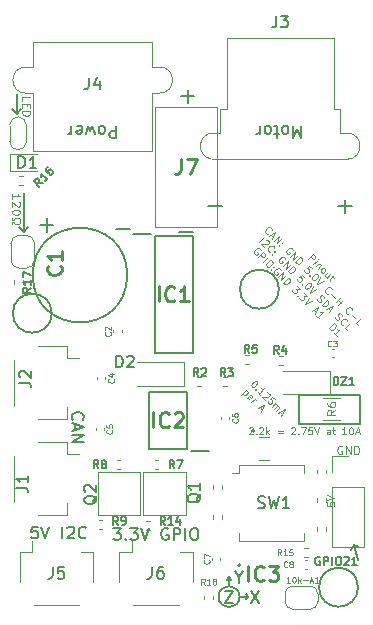
<source format=gbr>
%TF.GenerationSoftware,KiCad,Pcbnew,8.0.4*%
%TF.CreationDate,2025-02-11T21:16:32-05:00*%
%TF.ProjectId,DC_ESP32_Motor_Board_CAN,44435f45-5350-4333-925f-4d6f746f725f,rev?*%
%TF.SameCoordinates,Original*%
%TF.FileFunction,Legend,Top*%
%TF.FilePolarity,Positive*%
%FSLAX46Y46*%
G04 Gerber Fmt 4.6, Leading zero omitted, Abs format (unit mm)*
G04 Created by KiCad (PCBNEW 8.0.4) date 2025-02-11 21:16:32*
%MOMM*%
%LPD*%
G01*
G04 APERTURE LIST*
%ADD10C,0.150000*%
%ADD11C,0.110000*%
%ADD12C,0.100000*%
%ADD13C,0.175000*%
%ADD14C,0.120000*%
%ADD15C,0.254000*%
%ADD16C,0.200000*%
G04 APERTURE END LIST*
D10*
X77978000Y-58521600D02*
X77597000Y-58064400D01*
X106518355Y-94984421D02*
X106302830Y-95379553D01*
X78943200Y-68072000D02*
X78562200Y-68503800D01*
X106878418Y-98559750D02*
G75*
G02*
X103578418Y-98559750I-1650000J0D01*
G01*
X103578418Y-98559750D02*
G75*
G02*
X106878418Y-98559750I1650000J0D01*
G01*
X96850200Y-99364800D02*
G75*
G02*
X95072200Y-99364800I-889000J0D01*
G01*
X95072200Y-99364800D02*
G75*
G02*
X96850200Y-99364800I889000J0D01*
G01*
X78359000Y-58089800D02*
X77978000Y-58521600D01*
X78181200Y-68046600D02*
X78562200Y-68503800D01*
X96850200Y-99364800D02*
X97536000Y-99364800D01*
X78562200Y-65227200D02*
X78562200Y-68503800D01*
X100177600Y-73329800D02*
G75*
G02*
X96877600Y-73329800I-1650000J0D01*
G01*
X96877600Y-73329800D02*
G75*
G02*
X100177600Y-73329800I1650000J0D01*
G01*
X77978000Y-56794400D02*
X77978000Y-58521600D01*
X95961200Y-97739200D02*
X95758000Y-97967800D01*
X101854000Y-82296000D02*
X107061000Y-82296000D01*
X107061000Y-84709000D01*
X101854000Y-84709000D01*
X101854000Y-82296000D01*
X106841645Y-96277578D02*
X106518355Y-94984421D01*
X97536000Y-99364800D02*
X97358200Y-99110800D01*
X95961200Y-97739200D02*
X96164400Y-97967800D01*
X80952000Y-75361800D02*
G75*
G02*
X77652000Y-75361800I-1650000J0D01*
G01*
X77652000Y-75361800D02*
G75*
G02*
X80952000Y-75361800I1650000J0D01*
G01*
X78562200Y-68503800D02*
X78181200Y-68046600D01*
X95961200Y-98475800D02*
X95961200Y-97739200D01*
X106518355Y-94984421D02*
X106931448Y-95181987D01*
X97536000Y-99364800D02*
X97358200Y-99593400D01*
X97853741Y-98895019D02*
X98520407Y-99895019D01*
X98520407Y-98895019D02*
X97853741Y-99895019D01*
D11*
X97669653Y-85087994D02*
X97698225Y-85059422D01*
X97698225Y-85059422D02*
X97755368Y-85030851D01*
X97755368Y-85030851D02*
X97898225Y-85030851D01*
X97898225Y-85030851D02*
X97955368Y-85059422D01*
X97955368Y-85059422D02*
X97983939Y-85087994D01*
X97983939Y-85087994D02*
X98012510Y-85145137D01*
X98012510Y-85145137D02*
X98012510Y-85202280D01*
X98012510Y-85202280D02*
X97983939Y-85287994D01*
X97983939Y-85287994D02*
X97641082Y-85630851D01*
X97641082Y-85630851D02*
X98012510Y-85630851D01*
X98269654Y-85573708D02*
X98298225Y-85602280D01*
X98298225Y-85602280D02*
X98269654Y-85630851D01*
X98269654Y-85630851D02*
X98241082Y-85602280D01*
X98241082Y-85602280D02*
X98269654Y-85573708D01*
X98269654Y-85573708D02*
X98269654Y-85630851D01*
X98526796Y-85087994D02*
X98555368Y-85059422D01*
X98555368Y-85059422D02*
X98612511Y-85030851D01*
X98612511Y-85030851D02*
X98755368Y-85030851D01*
X98755368Y-85030851D02*
X98812511Y-85059422D01*
X98812511Y-85059422D02*
X98841082Y-85087994D01*
X98841082Y-85087994D02*
X98869653Y-85145137D01*
X98869653Y-85145137D02*
X98869653Y-85202280D01*
X98869653Y-85202280D02*
X98841082Y-85287994D01*
X98841082Y-85287994D02*
X98498225Y-85630851D01*
X98498225Y-85630851D02*
X98869653Y-85630851D01*
X99126797Y-85630851D02*
X99126797Y-85030851D01*
X99183940Y-85402280D02*
X99355368Y-85630851D01*
X99355368Y-85230851D02*
X99126797Y-85459422D01*
X100069654Y-85316565D02*
X100526797Y-85316565D01*
X100526797Y-85487994D02*
X100069654Y-85487994D01*
X101241082Y-85087994D02*
X101269654Y-85059422D01*
X101269654Y-85059422D02*
X101326797Y-85030851D01*
X101326797Y-85030851D02*
X101469654Y-85030851D01*
X101469654Y-85030851D02*
X101526797Y-85059422D01*
X101526797Y-85059422D02*
X101555368Y-85087994D01*
X101555368Y-85087994D02*
X101583939Y-85145137D01*
X101583939Y-85145137D02*
X101583939Y-85202280D01*
X101583939Y-85202280D02*
X101555368Y-85287994D01*
X101555368Y-85287994D02*
X101212511Y-85630851D01*
X101212511Y-85630851D02*
X101583939Y-85630851D01*
X101841083Y-85573708D02*
X101869654Y-85602280D01*
X101869654Y-85602280D02*
X101841083Y-85630851D01*
X101841083Y-85630851D02*
X101812511Y-85602280D01*
X101812511Y-85602280D02*
X101841083Y-85573708D01*
X101841083Y-85573708D02*
X101841083Y-85630851D01*
X102069654Y-85030851D02*
X102469654Y-85030851D01*
X102469654Y-85030851D02*
X102212511Y-85630851D01*
X102983940Y-85030851D02*
X102698226Y-85030851D01*
X102698226Y-85030851D02*
X102669654Y-85316565D01*
X102669654Y-85316565D02*
X102698226Y-85287994D01*
X102698226Y-85287994D02*
X102755369Y-85259422D01*
X102755369Y-85259422D02*
X102898226Y-85259422D01*
X102898226Y-85259422D02*
X102955369Y-85287994D01*
X102955369Y-85287994D02*
X102983940Y-85316565D01*
X102983940Y-85316565D02*
X103012511Y-85373708D01*
X103012511Y-85373708D02*
X103012511Y-85516565D01*
X103012511Y-85516565D02*
X102983940Y-85573708D01*
X102983940Y-85573708D02*
X102955369Y-85602280D01*
X102955369Y-85602280D02*
X102898226Y-85630851D01*
X102898226Y-85630851D02*
X102755369Y-85630851D01*
X102755369Y-85630851D02*
X102698226Y-85602280D01*
X102698226Y-85602280D02*
X102669654Y-85573708D01*
X103183940Y-85030851D02*
X103383940Y-85630851D01*
X103383940Y-85630851D02*
X103583940Y-85030851D01*
X104498227Y-85630851D02*
X104498227Y-85316565D01*
X104498227Y-85316565D02*
X104469655Y-85259422D01*
X104469655Y-85259422D02*
X104412512Y-85230851D01*
X104412512Y-85230851D02*
X104298227Y-85230851D01*
X104298227Y-85230851D02*
X104241084Y-85259422D01*
X104498227Y-85602280D02*
X104441084Y-85630851D01*
X104441084Y-85630851D02*
X104298227Y-85630851D01*
X104298227Y-85630851D02*
X104241084Y-85602280D01*
X104241084Y-85602280D02*
X104212512Y-85545137D01*
X104212512Y-85545137D02*
X104212512Y-85487994D01*
X104212512Y-85487994D02*
X104241084Y-85430851D01*
X104241084Y-85430851D02*
X104298227Y-85402280D01*
X104298227Y-85402280D02*
X104441084Y-85402280D01*
X104441084Y-85402280D02*
X104498227Y-85373708D01*
X104698226Y-85230851D02*
X104926798Y-85230851D01*
X104783941Y-85030851D02*
X104783941Y-85545137D01*
X104783941Y-85545137D02*
X104812512Y-85602280D01*
X104812512Y-85602280D02*
X104869655Y-85630851D01*
X104869655Y-85630851D02*
X104926798Y-85630851D01*
X105898226Y-85630851D02*
X105555369Y-85630851D01*
X105726798Y-85630851D02*
X105726798Y-85030851D01*
X105726798Y-85030851D02*
X105669655Y-85116565D01*
X105669655Y-85116565D02*
X105612512Y-85173708D01*
X105612512Y-85173708D02*
X105555369Y-85202280D01*
X106269655Y-85030851D02*
X106326798Y-85030851D01*
X106326798Y-85030851D02*
X106383941Y-85059422D01*
X106383941Y-85059422D02*
X106412513Y-85087994D01*
X106412513Y-85087994D02*
X106441084Y-85145137D01*
X106441084Y-85145137D02*
X106469655Y-85259422D01*
X106469655Y-85259422D02*
X106469655Y-85402280D01*
X106469655Y-85402280D02*
X106441084Y-85516565D01*
X106441084Y-85516565D02*
X106412513Y-85573708D01*
X106412513Y-85573708D02*
X106383941Y-85602280D01*
X106383941Y-85602280D02*
X106326798Y-85630851D01*
X106326798Y-85630851D02*
X106269655Y-85630851D01*
X106269655Y-85630851D02*
X106212513Y-85602280D01*
X106212513Y-85602280D02*
X106183941Y-85573708D01*
X106183941Y-85573708D02*
X106155370Y-85516565D01*
X106155370Y-85516565D02*
X106126798Y-85402280D01*
X106126798Y-85402280D02*
X106126798Y-85259422D01*
X106126798Y-85259422D02*
X106155370Y-85145137D01*
X106155370Y-85145137D02*
X106183941Y-85087994D01*
X106183941Y-85087994D02*
X106212513Y-85059422D01*
X106212513Y-85059422D02*
X106269655Y-85030851D01*
X106698227Y-85459422D02*
X106983942Y-85459422D01*
X106641084Y-85630851D02*
X106841084Y-85030851D01*
X106841084Y-85030851D02*
X107041084Y-85630851D01*
D10*
X91757571Y-68466100D02*
X92900429Y-68466100D01*
X86392190Y-59496180D02*
X86392190Y-60496180D01*
X86392190Y-60496180D02*
X86011238Y-60496180D01*
X86011238Y-60496180D02*
X85916000Y-60448561D01*
X85916000Y-60448561D02*
X85868381Y-60400942D01*
X85868381Y-60400942D02*
X85820762Y-60305704D01*
X85820762Y-60305704D02*
X85820762Y-60162847D01*
X85820762Y-60162847D02*
X85868381Y-60067609D01*
X85868381Y-60067609D02*
X85916000Y-60019990D01*
X85916000Y-60019990D02*
X86011238Y-59972371D01*
X86011238Y-59972371D02*
X86392190Y-59972371D01*
X85249333Y-59496180D02*
X85344571Y-59543800D01*
X85344571Y-59543800D02*
X85392190Y-59591419D01*
X85392190Y-59591419D02*
X85439809Y-59686657D01*
X85439809Y-59686657D02*
X85439809Y-59972371D01*
X85439809Y-59972371D02*
X85392190Y-60067609D01*
X85392190Y-60067609D02*
X85344571Y-60115228D01*
X85344571Y-60115228D02*
X85249333Y-60162847D01*
X85249333Y-60162847D02*
X85106476Y-60162847D01*
X85106476Y-60162847D02*
X85011238Y-60115228D01*
X85011238Y-60115228D02*
X84963619Y-60067609D01*
X84963619Y-60067609D02*
X84916000Y-59972371D01*
X84916000Y-59972371D02*
X84916000Y-59686657D01*
X84916000Y-59686657D02*
X84963619Y-59591419D01*
X84963619Y-59591419D02*
X85011238Y-59543800D01*
X85011238Y-59543800D02*
X85106476Y-59496180D01*
X85106476Y-59496180D02*
X85249333Y-59496180D01*
X84582666Y-60162847D02*
X84392190Y-59496180D01*
X84392190Y-59496180D02*
X84201714Y-59972371D01*
X84201714Y-59972371D02*
X84011238Y-59496180D01*
X84011238Y-59496180D02*
X83820762Y-60162847D01*
X83058857Y-59543800D02*
X83154095Y-59496180D01*
X83154095Y-59496180D02*
X83344571Y-59496180D01*
X83344571Y-59496180D02*
X83439809Y-59543800D01*
X83439809Y-59543800D02*
X83487428Y-59639038D01*
X83487428Y-59639038D02*
X83487428Y-60019990D01*
X83487428Y-60019990D02*
X83439809Y-60115228D01*
X83439809Y-60115228D02*
X83344571Y-60162847D01*
X83344571Y-60162847D02*
X83154095Y-60162847D01*
X83154095Y-60162847D02*
X83058857Y-60115228D01*
X83058857Y-60115228D02*
X83011238Y-60019990D01*
X83011238Y-60019990D02*
X83011238Y-59924752D01*
X83011238Y-59924752D02*
X83487428Y-59829514D01*
X82582666Y-59496180D02*
X82582666Y-60162847D01*
X82582666Y-59972371D02*
X82535047Y-60067609D01*
X82535047Y-60067609D02*
X82487428Y-60115228D01*
X82487428Y-60115228D02*
X82392190Y-60162847D01*
X82392190Y-60162847D02*
X82296952Y-60162847D01*
X86170000Y-93561819D02*
X86789047Y-93561819D01*
X86789047Y-93561819D02*
X86455714Y-93942771D01*
X86455714Y-93942771D02*
X86598571Y-93942771D01*
X86598571Y-93942771D02*
X86693809Y-93990390D01*
X86693809Y-93990390D02*
X86741428Y-94038009D01*
X86741428Y-94038009D02*
X86789047Y-94133247D01*
X86789047Y-94133247D02*
X86789047Y-94371342D01*
X86789047Y-94371342D02*
X86741428Y-94466580D01*
X86741428Y-94466580D02*
X86693809Y-94514200D01*
X86693809Y-94514200D02*
X86598571Y-94561819D01*
X86598571Y-94561819D02*
X86312857Y-94561819D01*
X86312857Y-94561819D02*
X86217619Y-94514200D01*
X86217619Y-94514200D02*
X86170000Y-94466580D01*
X87217619Y-94466580D02*
X87265238Y-94514200D01*
X87265238Y-94514200D02*
X87217619Y-94561819D01*
X87217619Y-94561819D02*
X87170000Y-94514200D01*
X87170000Y-94514200D02*
X87217619Y-94466580D01*
X87217619Y-94466580D02*
X87217619Y-94561819D01*
X87598571Y-93561819D02*
X88217618Y-93561819D01*
X88217618Y-93561819D02*
X87884285Y-93942771D01*
X87884285Y-93942771D02*
X88027142Y-93942771D01*
X88027142Y-93942771D02*
X88122380Y-93990390D01*
X88122380Y-93990390D02*
X88169999Y-94038009D01*
X88169999Y-94038009D02*
X88217618Y-94133247D01*
X88217618Y-94133247D02*
X88217618Y-94371342D01*
X88217618Y-94371342D02*
X88169999Y-94466580D01*
X88169999Y-94466580D02*
X88122380Y-94514200D01*
X88122380Y-94514200D02*
X88027142Y-94561819D01*
X88027142Y-94561819D02*
X87741428Y-94561819D01*
X87741428Y-94561819D02*
X87646190Y-94514200D01*
X87646190Y-94514200D02*
X87598571Y-94466580D01*
X88503333Y-93561819D02*
X88836666Y-94561819D01*
X88836666Y-94561819D02*
X89169999Y-93561819D01*
X90789047Y-93609438D02*
X90693809Y-93561819D01*
X90693809Y-93561819D02*
X90550952Y-93561819D01*
X90550952Y-93561819D02*
X90408095Y-93609438D01*
X90408095Y-93609438D02*
X90312857Y-93704676D01*
X90312857Y-93704676D02*
X90265238Y-93799914D01*
X90265238Y-93799914D02*
X90217619Y-93990390D01*
X90217619Y-93990390D02*
X90217619Y-94133247D01*
X90217619Y-94133247D02*
X90265238Y-94323723D01*
X90265238Y-94323723D02*
X90312857Y-94418961D01*
X90312857Y-94418961D02*
X90408095Y-94514200D01*
X90408095Y-94514200D02*
X90550952Y-94561819D01*
X90550952Y-94561819D02*
X90646190Y-94561819D01*
X90646190Y-94561819D02*
X90789047Y-94514200D01*
X90789047Y-94514200D02*
X90836666Y-94466580D01*
X90836666Y-94466580D02*
X90836666Y-94133247D01*
X90836666Y-94133247D02*
X90646190Y-94133247D01*
X91265238Y-94561819D02*
X91265238Y-93561819D01*
X91265238Y-93561819D02*
X91646190Y-93561819D01*
X91646190Y-93561819D02*
X91741428Y-93609438D01*
X91741428Y-93609438D02*
X91789047Y-93657057D01*
X91789047Y-93657057D02*
X91836666Y-93752295D01*
X91836666Y-93752295D02*
X91836666Y-93895152D01*
X91836666Y-93895152D02*
X91789047Y-93990390D01*
X91789047Y-93990390D02*
X91741428Y-94038009D01*
X91741428Y-94038009D02*
X91646190Y-94085628D01*
X91646190Y-94085628D02*
X91265238Y-94085628D01*
X92265238Y-94561819D02*
X92265238Y-93561819D01*
X92931904Y-93561819D02*
X93122380Y-93561819D01*
X93122380Y-93561819D02*
X93217618Y-93609438D01*
X93217618Y-93609438D02*
X93312856Y-93704676D01*
X93312856Y-93704676D02*
X93360475Y-93895152D01*
X93360475Y-93895152D02*
X93360475Y-94228485D01*
X93360475Y-94228485D02*
X93312856Y-94418961D01*
X93312856Y-94418961D02*
X93217618Y-94514200D01*
X93217618Y-94514200D02*
X93122380Y-94561819D01*
X93122380Y-94561819D02*
X92931904Y-94561819D01*
X92931904Y-94561819D02*
X92836666Y-94514200D01*
X92836666Y-94514200D02*
X92741428Y-94418961D01*
X92741428Y-94418961D02*
X92693809Y-94228485D01*
X92693809Y-94228485D02*
X92693809Y-93895152D01*
X92693809Y-93895152D02*
X92741428Y-93704676D01*
X92741428Y-93704676D02*
X92836666Y-93609438D01*
X92836666Y-93609438D02*
X92931904Y-93561819D01*
D12*
X104269571Y-91376485D02*
X104269571Y-91662199D01*
X104269571Y-91662199D02*
X104555285Y-91690771D01*
X104555285Y-91690771D02*
X104526714Y-91662199D01*
X104526714Y-91662199D02*
X104498142Y-91605057D01*
X104498142Y-91605057D02*
X104498142Y-91462199D01*
X104498142Y-91462199D02*
X104526714Y-91405057D01*
X104526714Y-91405057D02*
X104555285Y-91376485D01*
X104555285Y-91376485D02*
X104612428Y-91347914D01*
X104612428Y-91347914D02*
X104755285Y-91347914D01*
X104755285Y-91347914D02*
X104812428Y-91376485D01*
X104812428Y-91376485D02*
X104841000Y-91405057D01*
X104841000Y-91405057D02*
X104869571Y-91462199D01*
X104869571Y-91462199D02*
X104869571Y-91605057D01*
X104869571Y-91605057D02*
X104841000Y-91662199D01*
X104841000Y-91662199D02*
X104812428Y-91690771D01*
X104269571Y-91176485D02*
X104869571Y-90976485D01*
X104869571Y-90976485D02*
X104269571Y-90776485D01*
D10*
X102075333Y-59496180D02*
X102075333Y-60496180D01*
X102075333Y-60496180D02*
X101742000Y-59781895D01*
X101742000Y-59781895D02*
X101408667Y-60496180D01*
X101408667Y-60496180D02*
X101408667Y-59496180D01*
X100789619Y-59496180D02*
X100884857Y-59543800D01*
X100884857Y-59543800D02*
X100932476Y-59591419D01*
X100932476Y-59591419D02*
X100980095Y-59686657D01*
X100980095Y-59686657D02*
X100980095Y-59972371D01*
X100980095Y-59972371D02*
X100932476Y-60067609D01*
X100932476Y-60067609D02*
X100884857Y-60115228D01*
X100884857Y-60115228D02*
X100789619Y-60162847D01*
X100789619Y-60162847D02*
X100646762Y-60162847D01*
X100646762Y-60162847D02*
X100551524Y-60115228D01*
X100551524Y-60115228D02*
X100503905Y-60067609D01*
X100503905Y-60067609D02*
X100456286Y-59972371D01*
X100456286Y-59972371D02*
X100456286Y-59686657D01*
X100456286Y-59686657D02*
X100503905Y-59591419D01*
X100503905Y-59591419D02*
X100551524Y-59543800D01*
X100551524Y-59543800D02*
X100646762Y-59496180D01*
X100646762Y-59496180D02*
X100789619Y-59496180D01*
X100170571Y-60162847D02*
X99789619Y-60162847D01*
X100027714Y-60496180D02*
X100027714Y-59639038D01*
X100027714Y-59639038D02*
X99980095Y-59543800D01*
X99980095Y-59543800D02*
X99884857Y-59496180D01*
X99884857Y-59496180D02*
X99789619Y-59496180D01*
X99313428Y-59496180D02*
X99408666Y-59543800D01*
X99408666Y-59543800D02*
X99456285Y-59591419D01*
X99456285Y-59591419D02*
X99503904Y-59686657D01*
X99503904Y-59686657D02*
X99503904Y-59972371D01*
X99503904Y-59972371D02*
X99456285Y-60067609D01*
X99456285Y-60067609D02*
X99408666Y-60115228D01*
X99408666Y-60115228D02*
X99313428Y-60162847D01*
X99313428Y-60162847D02*
X99170571Y-60162847D01*
X99170571Y-60162847D02*
X99075333Y-60115228D01*
X99075333Y-60115228D02*
X99027714Y-60067609D01*
X99027714Y-60067609D02*
X98980095Y-59972371D01*
X98980095Y-59972371D02*
X98980095Y-59686657D01*
X98980095Y-59686657D02*
X99027714Y-59591419D01*
X99027714Y-59591419D02*
X99075333Y-59543800D01*
X99075333Y-59543800D02*
X99170571Y-59496180D01*
X99170571Y-59496180D02*
X99313428Y-59496180D01*
X98551523Y-59496180D02*
X98551523Y-60162847D01*
X98551523Y-59972371D02*
X98503904Y-60067609D01*
X98503904Y-60067609D02*
X98456285Y-60115228D01*
X98456285Y-60115228D02*
X98361047Y-60162847D01*
X98361047Y-60162847D02*
X98265809Y-60162847D01*
D12*
X101132341Y-98180809D02*
X100846627Y-98180809D01*
X100989484Y-98180809D02*
X100989484Y-97680809D01*
X100989484Y-97680809D02*
X100941865Y-97752238D01*
X100941865Y-97752238D02*
X100894246Y-97799857D01*
X100894246Y-97799857D02*
X100846627Y-97823666D01*
X101441864Y-97680809D02*
X101489483Y-97680809D01*
X101489483Y-97680809D02*
X101537102Y-97704619D01*
X101537102Y-97704619D02*
X101560912Y-97728428D01*
X101560912Y-97728428D02*
X101584721Y-97776047D01*
X101584721Y-97776047D02*
X101608531Y-97871285D01*
X101608531Y-97871285D02*
X101608531Y-97990333D01*
X101608531Y-97990333D02*
X101584721Y-98085571D01*
X101584721Y-98085571D02*
X101560912Y-98133190D01*
X101560912Y-98133190D02*
X101537102Y-98157000D01*
X101537102Y-98157000D02*
X101489483Y-98180809D01*
X101489483Y-98180809D02*
X101441864Y-98180809D01*
X101441864Y-98180809D02*
X101394245Y-98157000D01*
X101394245Y-98157000D02*
X101370436Y-98133190D01*
X101370436Y-98133190D02*
X101346626Y-98085571D01*
X101346626Y-98085571D02*
X101322817Y-97990333D01*
X101322817Y-97990333D02*
X101322817Y-97871285D01*
X101322817Y-97871285D02*
X101346626Y-97776047D01*
X101346626Y-97776047D02*
X101370436Y-97728428D01*
X101370436Y-97728428D02*
X101394245Y-97704619D01*
X101394245Y-97704619D02*
X101441864Y-97680809D01*
X101822816Y-98180809D02*
X101822816Y-97680809D01*
X101870435Y-97990333D02*
X102013292Y-98180809D01*
X102013292Y-97847476D02*
X101822816Y-98037952D01*
X102227578Y-97990333D02*
X102608531Y-97990333D01*
X102822817Y-98037952D02*
X103060912Y-98037952D01*
X102775198Y-98180809D02*
X102941864Y-97680809D01*
X102941864Y-97680809D02*
X103108531Y-98180809D01*
X103537102Y-98180809D02*
X103251388Y-98180809D01*
X103394245Y-98180809D02*
X103394245Y-97680809D01*
X103394245Y-97680809D02*
X103346626Y-97752238D01*
X103346626Y-97752238D02*
X103299007Y-97799857D01*
X103299007Y-97799857D02*
X103251388Y-97823666D01*
D10*
X91884571Y-57010700D02*
X93027429Y-57010700D01*
X92456000Y-57582128D02*
X92456000Y-56439271D01*
D13*
X103645464Y-96012566D02*
X103578797Y-95979233D01*
X103578797Y-95979233D02*
X103478797Y-95979233D01*
X103478797Y-95979233D02*
X103378797Y-96012566D01*
X103378797Y-96012566D02*
X103312131Y-96079233D01*
X103312131Y-96079233D02*
X103278797Y-96145900D01*
X103278797Y-96145900D02*
X103245464Y-96279233D01*
X103245464Y-96279233D02*
X103245464Y-96379233D01*
X103245464Y-96379233D02*
X103278797Y-96512566D01*
X103278797Y-96512566D02*
X103312131Y-96579233D01*
X103312131Y-96579233D02*
X103378797Y-96645900D01*
X103378797Y-96645900D02*
X103478797Y-96679233D01*
X103478797Y-96679233D02*
X103545464Y-96679233D01*
X103545464Y-96679233D02*
X103645464Y-96645900D01*
X103645464Y-96645900D02*
X103678797Y-96612566D01*
X103678797Y-96612566D02*
X103678797Y-96379233D01*
X103678797Y-96379233D02*
X103545464Y-96379233D01*
X103978797Y-96679233D02*
X103978797Y-95979233D01*
X103978797Y-95979233D02*
X104245464Y-95979233D01*
X104245464Y-95979233D02*
X104312131Y-96012566D01*
X104312131Y-96012566D02*
X104345464Y-96045900D01*
X104345464Y-96045900D02*
X104378797Y-96112566D01*
X104378797Y-96112566D02*
X104378797Y-96212566D01*
X104378797Y-96212566D02*
X104345464Y-96279233D01*
X104345464Y-96279233D02*
X104312131Y-96312566D01*
X104312131Y-96312566D02*
X104245464Y-96345900D01*
X104245464Y-96345900D02*
X103978797Y-96345900D01*
X104678797Y-96679233D02*
X104678797Y-95979233D01*
X105145464Y-95979233D02*
X105278797Y-95979233D01*
X105278797Y-95979233D02*
X105345464Y-96012566D01*
X105345464Y-96012566D02*
X105412130Y-96079233D01*
X105412130Y-96079233D02*
X105445464Y-96212566D01*
X105445464Y-96212566D02*
X105445464Y-96445900D01*
X105445464Y-96445900D02*
X105412130Y-96579233D01*
X105412130Y-96579233D02*
X105345464Y-96645900D01*
X105345464Y-96645900D02*
X105278797Y-96679233D01*
X105278797Y-96679233D02*
X105145464Y-96679233D01*
X105145464Y-96679233D02*
X105078797Y-96645900D01*
X105078797Y-96645900D02*
X105012130Y-96579233D01*
X105012130Y-96579233D02*
X104978797Y-96445900D01*
X104978797Y-96445900D02*
X104978797Y-96212566D01*
X104978797Y-96212566D02*
X105012130Y-96079233D01*
X105012130Y-96079233D02*
X105078797Y-96012566D01*
X105078797Y-96012566D02*
X105145464Y-95979233D01*
X105712130Y-96045900D02*
X105745463Y-96012566D01*
X105745463Y-96012566D02*
X105812130Y-95979233D01*
X105812130Y-95979233D02*
X105978797Y-95979233D01*
X105978797Y-95979233D02*
X106045463Y-96012566D01*
X106045463Y-96012566D02*
X106078797Y-96045900D01*
X106078797Y-96045900D02*
X106112130Y-96112566D01*
X106112130Y-96112566D02*
X106112130Y-96179233D01*
X106112130Y-96179233D02*
X106078797Y-96279233D01*
X106078797Y-96279233D02*
X105678797Y-96679233D01*
X105678797Y-96679233D02*
X106112130Y-96679233D01*
X106778797Y-96679233D02*
X106378797Y-96679233D01*
X106578797Y-96679233D02*
X106578797Y-95979233D01*
X106578797Y-95979233D02*
X106512130Y-96079233D01*
X106512130Y-96079233D02*
X106445464Y-96145900D01*
X106445464Y-96145900D02*
X106378797Y-96179233D01*
D10*
X82749219Y-84370942D02*
X82701600Y-84323323D01*
X82701600Y-84323323D02*
X82653980Y-84180466D01*
X82653980Y-84180466D02*
X82653980Y-84085228D01*
X82653980Y-84085228D02*
X82701600Y-83942371D01*
X82701600Y-83942371D02*
X82796838Y-83847133D01*
X82796838Y-83847133D02*
X82892076Y-83799514D01*
X82892076Y-83799514D02*
X83082552Y-83751895D01*
X83082552Y-83751895D02*
X83225409Y-83751895D01*
X83225409Y-83751895D02*
X83415885Y-83799514D01*
X83415885Y-83799514D02*
X83511123Y-83847133D01*
X83511123Y-83847133D02*
X83606361Y-83942371D01*
X83606361Y-83942371D02*
X83653980Y-84085228D01*
X83653980Y-84085228D02*
X83653980Y-84180466D01*
X83653980Y-84180466D02*
X83606361Y-84323323D01*
X83606361Y-84323323D02*
X83558742Y-84370942D01*
X82939695Y-84751895D02*
X82939695Y-85228085D01*
X82653980Y-84656657D02*
X83653980Y-84989990D01*
X83653980Y-84989990D02*
X82653980Y-85323323D01*
X82653980Y-85656657D02*
X83653980Y-85656657D01*
X83653980Y-85656657D02*
X82653980Y-86228085D01*
X82653980Y-86228085D02*
X83653980Y-86228085D01*
X79748333Y-93434819D02*
X79272143Y-93434819D01*
X79272143Y-93434819D02*
X79224524Y-93911009D01*
X79224524Y-93911009D02*
X79272143Y-93863390D01*
X79272143Y-93863390D02*
X79367381Y-93815771D01*
X79367381Y-93815771D02*
X79605476Y-93815771D01*
X79605476Y-93815771D02*
X79700714Y-93863390D01*
X79700714Y-93863390D02*
X79748333Y-93911009D01*
X79748333Y-93911009D02*
X79795952Y-94006247D01*
X79795952Y-94006247D02*
X79795952Y-94244342D01*
X79795952Y-94244342D02*
X79748333Y-94339580D01*
X79748333Y-94339580D02*
X79700714Y-94387200D01*
X79700714Y-94387200D02*
X79605476Y-94434819D01*
X79605476Y-94434819D02*
X79367381Y-94434819D01*
X79367381Y-94434819D02*
X79272143Y-94387200D01*
X79272143Y-94387200D02*
X79224524Y-94339580D01*
X80081667Y-93434819D02*
X80415000Y-94434819D01*
X80415000Y-94434819D02*
X80748333Y-93434819D01*
X81843572Y-94434819D02*
X81843572Y-93434819D01*
X82272143Y-93530057D02*
X82319762Y-93482438D01*
X82319762Y-93482438D02*
X82415000Y-93434819D01*
X82415000Y-93434819D02*
X82653095Y-93434819D01*
X82653095Y-93434819D02*
X82748333Y-93482438D01*
X82748333Y-93482438D02*
X82795952Y-93530057D01*
X82795952Y-93530057D02*
X82843571Y-93625295D01*
X82843571Y-93625295D02*
X82843571Y-93720533D01*
X82843571Y-93720533D02*
X82795952Y-93863390D01*
X82795952Y-93863390D02*
X82224524Y-94434819D01*
X82224524Y-94434819D02*
X82843571Y-94434819D01*
X83843571Y-94339580D02*
X83795952Y-94387200D01*
X83795952Y-94387200D02*
X83653095Y-94434819D01*
X83653095Y-94434819D02*
X83557857Y-94434819D01*
X83557857Y-94434819D02*
X83415000Y-94387200D01*
X83415000Y-94387200D02*
X83319762Y-94291961D01*
X83319762Y-94291961D02*
X83272143Y-94196723D01*
X83272143Y-94196723D02*
X83224524Y-94006247D01*
X83224524Y-94006247D02*
X83224524Y-93863390D01*
X83224524Y-93863390D02*
X83272143Y-93672914D01*
X83272143Y-93672914D02*
X83319762Y-93577676D01*
X83319762Y-93577676D02*
X83415000Y-93482438D01*
X83415000Y-93482438D02*
X83557857Y-93434819D01*
X83557857Y-93434819D02*
X83653095Y-93434819D01*
X83653095Y-93434819D02*
X83795952Y-93482438D01*
X83795952Y-93482438D02*
X83843571Y-93530057D01*
D11*
X102668952Y-70772773D02*
X103093216Y-70348509D01*
X103093216Y-70348509D02*
X103254840Y-70510133D01*
X103254840Y-70510133D02*
X103275044Y-70570743D01*
X103275044Y-70570743D02*
X103275044Y-70611149D01*
X103275044Y-70611149D02*
X103254840Y-70671758D01*
X103254840Y-70671758D02*
X103194231Y-70732367D01*
X103194231Y-70732367D02*
X103133622Y-70752570D01*
X103133622Y-70752570D02*
X103093216Y-70752570D01*
X103093216Y-70752570D02*
X103032607Y-70732367D01*
X103032607Y-70732367D02*
X102870983Y-70570743D01*
X103093216Y-71197037D02*
X103376059Y-70914194D01*
X103517480Y-70772773D02*
X103477074Y-70772773D01*
X103477074Y-70772773D02*
X103477074Y-70813179D01*
X103477074Y-70813179D02*
X103517480Y-70813179D01*
X103517480Y-70813179D02*
X103517480Y-70772773D01*
X103517480Y-70772773D02*
X103477074Y-70813179D01*
X103578089Y-71116225D02*
X103295246Y-71399067D01*
X103537683Y-71156631D02*
X103578089Y-71156631D01*
X103578089Y-71156631D02*
X103638698Y-71176834D01*
X103638698Y-71176834D02*
X103699307Y-71237443D01*
X103699307Y-71237443D02*
X103719510Y-71298052D01*
X103719510Y-71298052D02*
X103699307Y-71358661D01*
X103699307Y-71358661D02*
X103477074Y-71580895D01*
X103739713Y-71843534D02*
X103719510Y-71782925D01*
X103719510Y-71782925D02*
X103719510Y-71742519D01*
X103719510Y-71742519D02*
X103739713Y-71681910D01*
X103739713Y-71681910D02*
X103860932Y-71560692D01*
X103860932Y-71560692D02*
X103921541Y-71540489D01*
X103921541Y-71540489D02*
X103961947Y-71540489D01*
X103961947Y-71540489D02*
X104022556Y-71560692D01*
X104022556Y-71560692D02*
X104083165Y-71621301D01*
X104083165Y-71621301D02*
X104103368Y-71681910D01*
X104103368Y-71681910D02*
X104103368Y-71722316D01*
X104103368Y-71722316D02*
X104083165Y-71782925D01*
X104083165Y-71782925D02*
X103961947Y-71904144D01*
X103961947Y-71904144D02*
X103901338Y-71924347D01*
X103901338Y-71924347D02*
X103860932Y-71924347D01*
X103860932Y-71924347D02*
X103800323Y-71904144D01*
X103800323Y-71904144D02*
X103739713Y-71843534D01*
X104527632Y-72065768D02*
X104244790Y-72348611D01*
X104345805Y-71883940D02*
X104123571Y-72106174D01*
X104123571Y-72106174D02*
X104103368Y-72166783D01*
X104103368Y-72166783D02*
X104123571Y-72227392D01*
X104123571Y-72227392D02*
X104184180Y-72288001D01*
X104184180Y-72288001D02*
X104244790Y-72308204D01*
X104244790Y-72308204D02*
X104285196Y-72308204D01*
X104669054Y-72207189D02*
X104830678Y-72368814D01*
X104871084Y-72126377D02*
X104507429Y-72490032D01*
X104507429Y-72490032D02*
X104487226Y-72550641D01*
X104487226Y-72550641D02*
X104507429Y-72611250D01*
X104507429Y-72611250D02*
X104547835Y-72651656D01*
X99238296Y-68627387D02*
X99197890Y-68627387D01*
X99197890Y-68627387D02*
X99117078Y-68586981D01*
X99117078Y-68586981D02*
X99076672Y-68546575D01*
X99076672Y-68546575D02*
X99036266Y-68465763D01*
X99036266Y-68465763D02*
X99036266Y-68384950D01*
X99036266Y-68384950D02*
X99056469Y-68324341D01*
X99056469Y-68324341D02*
X99117078Y-68223326D01*
X99117078Y-68223326D02*
X99177687Y-68162717D01*
X99177687Y-68162717D02*
X99278702Y-68102108D01*
X99278702Y-68102108D02*
X99339312Y-68081905D01*
X99339312Y-68081905D02*
X99420124Y-68081905D01*
X99420124Y-68081905D02*
X99500936Y-68122311D01*
X99500936Y-68122311D02*
X99541342Y-68162717D01*
X99541342Y-68162717D02*
X99581748Y-68243529D01*
X99581748Y-68243529D02*
X99581748Y-68283935D01*
X99480733Y-68708199D02*
X99682763Y-68910230D01*
X99319108Y-68789012D02*
X99884794Y-68506169D01*
X99884794Y-68506169D02*
X99601951Y-69071854D01*
X99743373Y-69213276D02*
X100167637Y-68789012D01*
X100167637Y-68789012D02*
X99985809Y-69455712D01*
X99985809Y-69455712D02*
X100410073Y-69031448D01*
X100228246Y-69617336D02*
X100228246Y-69657743D01*
X100228246Y-69657743D02*
X100187840Y-69657743D01*
X100187840Y-69657743D02*
X100187840Y-69617336D01*
X100187840Y-69617336D02*
X100228246Y-69617336D01*
X100228246Y-69617336D02*
X100187840Y-69657743D01*
X100450479Y-69395103D02*
X100450479Y-69435509D01*
X100450479Y-69435509D02*
X100410073Y-69435509D01*
X100410073Y-69435509D02*
X100410073Y-69395103D01*
X100410073Y-69395103D02*
X100450479Y-69395103D01*
X100450479Y-69395103D02*
X100410073Y-69435509D01*
X101339413Y-70001194D02*
X101319210Y-69940585D01*
X101319210Y-69940585D02*
X101258601Y-69879976D01*
X101258601Y-69879976D02*
X101177789Y-69839570D01*
X101177789Y-69839570D02*
X101096977Y-69839570D01*
X101096977Y-69839570D02*
X101036368Y-69859773D01*
X101036368Y-69859773D02*
X100935352Y-69920382D01*
X100935352Y-69920382D02*
X100874743Y-69980991D01*
X100874743Y-69980991D02*
X100814134Y-70082007D01*
X100814134Y-70082007D02*
X100793931Y-70142616D01*
X100793931Y-70142616D02*
X100793931Y-70223428D01*
X100793931Y-70223428D02*
X100834337Y-70304240D01*
X100834337Y-70304240D02*
X100874743Y-70344646D01*
X100874743Y-70344646D02*
X100955555Y-70385052D01*
X100955555Y-70385052D02*
X100995962Y-70385052D01*
X100995962Y-70385052D02*
X101137383Y-70243631D01*
X101137383Y-70243631D02*
X101056571Y-70162819D01*
X101137383Y-70607286D02*
X101561647Y-70183022D01*
X101561647Y-70183022D02*
X101379819Y-70849722D01*
X101379819Y-70849722D02*
X101804084Y-70425458D01*
X101581850Y-71051753D02*
X102006114Y-70627489D01*
X102006114Y-70627489D02*
X102107129Y-70728504D01*
X102107129Y-70728504D02*
X102147535Y-70809316D01*
X102147535Y-70809316D02*
X102147535Y-70890128D01*
X102147535Y-70890128D02*
X102127332Y-70950737D01*
X102127332Y-70950737D02*
X102066723Y-71051753D01*
X102066723Y-71051753D02*
X102006114Y-71112362D01*
X102006114Y-71112362D02*
X101905098Y-71172971D01*
X101905098Y-71172971D02*
X101844489Y-71193174D01*
X101844489Y-71193174D02*
X101763677Y-71193174D01*
X101763677Y-71193174D02*
X101682865Y-71152768D01*
X101682865Y-71152768D02*
X101581850Y-71051753D01*
X102955657Y-71577032D02*
X102753627Y-71375002D01*
X102753627Y-71375002D02*
X102531393Y-71556829D01*
X102531393Y-71556829D02*
X102571799Y-71556829D01*
X102571799Y-71556829D02*
X102632408Y-71577032D01*
X102632408Y-71577032D02*
X102733424Y-71678047D01*
X102733424Y-71678047D02*
X102753627Y-71738657D01*
X102753627Y-71738657D02*
X102753627Y-71779063D01*
X102753627Y-71779063D02*
X102733424Y-71839672D01*
X102733424Y-71839672D02*
X102632408Y-71940687D01*
X102632408Y-71940687D02*
X102571799Y-71960890D01*
X102571799Y-71960890D02*
X102531393Y-71960890D01*
X102531393Y-71960890D02*
X102470784Y-71940687D01*
X102470784Y-71940687D02*
X102369769Y-71839672D01*
X102369769Y-71839672D02*
X102349566Y-71779063D01*
X102349566Y-71779063D02*
X102349566Y-71738657D01*
X102773830Y-72162921D02*
X102773830Y-72203327D01*
X102773830Y-72203327D02*
X102733424Y-72203327D01*
X102733424Y-72203327D02*
X102733424Y-72162921D01*
X102733424Y-72162921D02*
X102773830Y-72162921D01*
X102773830Y-72162921D02*
X102733424Y-72203327D01*
X103440531Y-72061905D02*
X103480937Y-72102312D01*
X103480937Y-72102312D02*
X103501140Y-72162921D01*
X103501140Y-72162921D02*
X103501140Y-72203327D01*
X103501140Y-72203327D02*
X103480937Y-72263936D01*
X103480937Y-72263936D02*
X103420328Y-72364951D01*
X103420328Y-72364951D02*
X103319312Y-72465966D01*
X103319312Y-72465966D02*
X103218297Y-72526576D01*
X103218297Y-72526576D02*
X103157688Y-72546779D01*
X103157688Y-72546779D02*
X103117282Y-72546779D01*
X103117282Y-72546779D02*
X103056673Y-72526576D01*
X103056673Y-72526576D02*
X103016266Y-72486170D01*
X103016266Y-72486170D02*
X102996063Y-72425560D01*
X102996063Y-72425560D02*
X102996063Y-72385154D01*
X102996063Y-72385154D02*
X103016266Y-72324545D01*
X103016266Y-72324545D02*
X103076876Y-72223530D01*
X103076876Y-72223530D02*
X103177891Y-72122515D01*
X103177891Y-72122515D02*
X103278906Y-72061905D01*
X103278906Y-72061905D02*
X103339515Y-72041702D01*
X103339515Y-72041702D02*
X103379921Y-72041702D01*
X103379921Y-72041702D02*
X103440531Y-72061905D01*
X103703171Y-72324545D02*
X103420328Y-72890231D01*
X103420328Y-72890231D02*
X103986013Y-72607388D01*
X104309262Y-73698353D02*
X104268856Y-73698353D01*
X104268856Y-73698353D02*
X104188044Y-73657947D01*
X104188044Y-73657947D02*
X104147638Y-73617541D01*
X104147638Y-73617541D02*
X104107232Y-73536729D01*
X104107232Y-73536729D02*
X104107232Y-73455917D01*
X104107232Y-73455917D02*
X104127435Y-73395307D01*
X104127435Y-73395307D02*
X104188044Y-73294292D01*
X104188044Y-73294292D02*
X104248653Y-73233683D01*
X104248653Y-73233683D02*
X104349668Y-73173074D01*
X104349668Y-73173074D02*
X104410278Y-73152871D01*
X104410278Y-73152871D02*
X104491090Y-73152871D01*
X104491090Y-73152871D02*
X104571902Y-73193277D01*
X104571902Y-73193277D02*
X104612308Y-73233683D01*
X104612308Y-73233683D02*
X104652714Y-73314495D01*
X104652714Y-73314495D02*
X104652714Y-73354901D01*
X104612308Y-73758962D02*
X104935557Y-74082211D01*
X104975963Y-74445866D02*
X105400227Y-74021602D01*
X105198197Y-74223632D02*
X105440633Y-74466069D01*
X105218400Y-74688303D02*
X105642664Y-74264038D01*
X106026521Y-75415612D02*
X105986115Y-75415612D01*
X105986115Y-75415612D02*
X105905303Y-75375206D01*
X105905303Y-75375206D02*
X105864897Y-75334800D01*
X105864897Y-75334800D02*
X105824491Y-75253988D01*
X105824491Y-75253988D02*
X105824491Y-75173176D01*
X105824491Y-75173176D02*
X105844694Y-75112566D01*
X105844694Y-75112566D02*
X105905303Y-75011551D01*
X105905303Y-75011551D02*
X105965912Y-74950942D01*
X105965912Y-74950942D02*
X106066927Y-74890333D01*
X106066927Y-74890333D02*
X106127537Y-74870130D01*
X106127537Y-74870130D02*
X106208349Y-74870130D01*
X106208349Y-74870130D02*
X106289161Y-74910536D01*
X106289161Y-74910536D02*
X106329567Y-74950942D01*
X106329567Y-74950942D02*
X106369973Y-75031754D01*
X106369973Y-75031754D02*
X106369973Y-75072160D01*
X106329567Y-75476221D02*
X106652816Y-75799470D01*
X106895252Y-76365155D02*
X106693222Y-76163125D01*
X106693222Y-76163125D02*
X107117486Y-75738861D01*
X98535051Y-69371036D02*
X98959315Y-68946772D01*
X99100736Y-69169005D02*
X99141142Y-69169005D01*
X99141142Y-69169005D02*
X99201752Y-69189208D01*
X99201752Y-69189208D02*
X99302767Y-69290224D01*
X99302767Y-69290224D02*
X99322970Y-69350833D01*
X99322970Y-69350833D02*
X99322970Y-69391239D01*
X99322970Y-69391239D02*
X99302767Y-69451848D01*
X99302767Y-69451848D02*
X99262361Y-69492254D01*
X99262361Y-69492254D02*
X99181549Y-69532660D01*
X99181549Y-69532660D02*
X98696675Y-69532660D01*
X98696675Y-69532660D02*
X98959315Y-69795300D01*
X99423985Y-70179158D02*
X99383579Y-70179158D01*
X99383579Y-70179158D02*
X99302767Y-70138752D01*
X99302767Y-70138752D02*
X99262361Y-70098346D01*
X99262361Y-70098346D02*
X99221955Y-70017534D01*
X99221955Y-70017534D02*
X99221955Y-69936722D01*
X99221955Y-69936722D02*
X99242158Y-69876113D01*
X99242158Y-69876113D02*
X99302767Y-69775097D01*
X99302767Y-69775097D02*
X99363376Y-69714488D01*
X99363376Y-69714488D02*
X99464392Y-69653879D01*
X99464392Y-69653879D02*
X99525001Y-69633676D01*
X99525001Y-69633676D02*
X99605813Y-69633676D01*
X99605813Y-69633676D02*
X99686625Y-69674082D01*
X99686625Y-69674082D02*
X99727031Y-69714488D01*
X99727031Y-69714488D02*
X99767437Y-69795300D01*
X99767437Y-69795300D02*
X99767437Y-69835706D01*
X99605813Y-70360986D02*
X99605813Y-70401392D01*
X99605813Y-70401392D02*
X99565407Y-70401392D01*
X99565407Y-70401392D02*
X99565407Y-70360986D01*
X99565407Y-70360986D02*
X99605813Y-70360986D01*
X99605813Y-70360986D02*
X99565407Y-70401392D01*
X99828046Y-70138752D02*
X99828046Y-70179158D01*
X99828046Y-70179158D02*
X99787640Y-70179158D01*
X99787640Y-70179158D02*
X99787640Y-70138752D01*
X99787640Y-70138752D02*
X99828046Y-70138752D01*
X99828046Y-70138752D02*
X99787640Y-70179158D01*
X100716981Y-70744844D02*
X100696778Y-70684234D01*
X100696778Y-70684234D02*
X100636168Y-70623625D01*
X100636168Y-70623625D02*
X100555356Y-70583219D01*
X100555356Y-70583219D02*
X100474544Y-70583219D01*
X100474544Y-70583219D02*
X100413935Y-70603422D01*
X100413935Y-70603422D02*
X100312920Y-70664031D01*
X100312920Y-70664031D02*
X100252310Y-70724641D01*
X100252310Y-70724641D02*
X100191701Y-70825656D01*
X100191701Y-70825656D02*
X100171498Y-70886265D01*
X100171498Y-70886265D02*
X100171498Y-70967077D01*
X100171498Y-70967077D02*
X100211904Y-71047889D01*
X100211904Y-71047889D02*
X100252310Y-71088295D01*
X100252310Y-71088295D02*
X100333123Y-71128702D01*
X100333123Y-71128702D02*
X100373529Y-71128702D01*
X100373529Y-71128702D02*
X100514950Y-70987280D01*
X100514950Y-70987280D02*
X100434138Y-70906468D01*
X100514950Y-71350935D02*
X100939214Y-70926671D01*
X100939214Y-70926671D02*
X100757387Y-71593372D01*
X100757387Y-71593372D02*
X101181651Y-71169108D01*
X100959417Y-71795402D02*
X101383681Y-71371138D01*
X101383681Y-71371138D02*
X101484696Y-71472153D01*
X101484696Y-71472153D02*
X101525102Y-71552965D01*
X101525102Y-71552965D02*
X101525102Y-71633778D01*
X101525102Y-71633778D02*
X101504899Y-71694387D01*
X101504899Y-71694387D02*
X101444290Y-71795402D01*
X101444290Y-71795402D02*
X101383681Y-71856011D01*
X101383681Y-71856011D02*
X101282666Y-71916620D01*
X101282666Y-71916620D02*
X101222057Y-71936823D01*
X101222057Y-71936823D02*
X101141244Y-71936823D01*
X101141244Y-71936823D02*
X101060432Y-71896417D01*
X101060432Y-71896417D02*
X100959417Y-71795402D01*
X102333224Y-72320681D02*
X102131194Y-72118651D01*
X102131194Y-72118651D02*
X101908960Y-72300478D01*
X101908960Y-72300478D02*
X101949367Y-72300478D01*
X101949367Y-72300478D02*
X102009976Y-72320681D01*
X102009976Y-72320681D02*
X102110991Y-72421697D01*
X102110991Y-72421697D02*
X102131194Y-72482306D01*
X102131194Y-72482306D02*
X102131194Y-72522712D01*
X102131194Y-72522712D02*
X102110991Y-72583321D01*
X102110991Y-72583321D02*
X102009976Y-72684336D01*
X102009976Y-72684336D02*
X101949367Y-72704539D01*
X101949367Y-72704539D02*
X101908960Y-72704539D01*
X101908960Y-72704539D02*
X101848351Y-72684336D01*
X101848351Y-72684336D02*
X101747336Y-72583321D01*
X101747336Y-72583321D02*
X101727133Y-72522712D01*
X101727133Y-72522712D02*
X101727133Y-72482306D01*
X102151397Y-72906570D02*
X102151397Y-72946976D01*
X102151397Y-72946976D02*
X102110991Y-72946976D01*
X102110991Y-72946976D02*
X102110991Y-72906570D01*
X102110991Y-72906570D02*
X102151397Y-72906570D01*
X102151397Y-72906570D02*
X102110991Y-72946976D01*
X102818098Y-72805555D02*
X102858504Y-72845961D01*
X102858504Y-72845961D02*
X102878707Y-72906570D01*
X102878707Y-72906570D02*
X102878707Y-72946976D01*
X102878707Y-72946976D02*
X102858504Y-73007585D01*
X102858504Y-73007585D02*
X102797895Y-73108600D01*
X102797895Y-73108600D02*
X102696880Y-73209616D01*
X102696880Y-73209616D02*
X102595864Y-73270225D01*
X102595864Y-73270225D02*
X102535255Y-73290428D01*
X102535255Y-73290428D02*
X102494849Y-73290428D01*
X102494849Y-73290428D02*
X102434240Y-73270225D01*
X102434240Y-73270225D02*
X102393834Y-73229819D01*
X102393834Y-73229819D02*
X102373631Y-73169210D01*
X102373631Y-73169210D02*
X102373631Y-73128804D01*
X102373631Y-73128804D02*
X102393834Y-73068194D01*
X102393834Y-73068194D02*
X102454443Y-72967179D01*
X102454443Y-72967179D02*
X102555458Y-72866164D01*
X102555458Y-72866164D02*
X102656473Y-72805555D01*
X102656473Y-72805555D02*
X102717083Y-72785352D01*
X102717083Y-72785352D02*
X102757489Y-72785352D01*
X102757489Y-72785352D02*
X102818098Y-72805555D01*
X103080738Y-73068195D02*
X102797895Y-73633880D01*
X102797895Y-73633880D02*
X103363580Y-73351037D01*
X103403987Y-74199566D02*
X103444393Y-74280378D01*
X103444393Y-74280378D02*
X103545408Y-74381393D01*
X103545408Y-74381393D02*
X103606017Y-74401596D01*
X103606017Y-74401596D02*
X103646424Y-74401596D01*
X103646424Y-74401596D02*
X103707033Y-74381393D01*
X103707033Y-74381393D02*
X103747439Y-74340987D01*
X103747439Y-74340987D02*
X103767642Y-74280378D01*
X103767642Y-74280378D02*
X103767642Y-74239972D01*
X103767642Y-74239972D02*
X103747439Y-74179363D01*
X103747439Y-74179363D02*
X103686830Y-74078348D01*
X103686830Y-74078348D02*
X103666627Y-74017738D01*
X103666627Y-74017738D02*
X103666627Y-73977332D01*
X103666627Y-73977332D02*
X103686830Y-73916723D01*
X103686830Y-73916723D02*
X103727236Y-73876317D01*
X103727236Y-73876317D02*
X103787845Y-73856114D01*
X103787845Y-73856114D02*
X103828251Y-73856114D01*
X103828251Y-73856114D02*
X103888860Y-73876317D01*
X103888860Y-73876317D02*
X103989875Y-73977332D01*
X103989875Y-73977332D02*
X104030281Y-74058144D01*
X103808048Y-74644033D02*
X104232312Y-74219769D01*
X104232312Y-74219769D02*
X104333328Y-74320784D01*
X104333328Y-74320784D02*
X104373734Y-74401597D01*
X104373734Y-74401597D02*
X104373734Y-74482409D01*
X104373734Y-74482409D02*
X104353531Y-74543018D01*
X104353531Y-74543018D02*
X104292921Y-74644033D01*
X104292921Y-74644033D02*
X104232312Y-74704642D01*
X104232312Y-74704642D02*
X104131297Y-74765252D01*
X104131297Y-74765252D02*
X104070688Y-74785455D01*
X104070688Y-74785455D02*
X103989876Y-74785455D01*
X103989876Y-74785455D02*
X103909063Y-74745048D01*
X103909063Y-74745048D02*
X103808048Y-74644033D01*
X104333328Y-74926876D02*
X104535358Y-75128906D01*
X104171703Y-75007688D02*
X104737389Y-74724845D01*
X104737389Y-74724845D02*
X104454546Y-75290531D01*
X104919216Y-75714795D02*
X104959622Y-75795607D01*
X104959622Y-75795607D02*
X105060638Y-75896623D01*
X105060638Y-75896623D02*
X105121247Y-75916826D01*
X105121247Y-75916826D02*
X105161653Y-75916826D01*
X105161653Y-75916826D02*
X105222262Y-75896623D01*
X105222262Y-75896623D02*
X105262668Y-75856217D01*
X105262668Y-75856217D02*
X105282871Y-75795607D01*
X105282871Y-75795607D02*
X105282871Y-75755201D01*
X105282871Y-75755201D02*
X105262668Y-75694592D01*
X105262668Y-75694592D02*
X105202059Y-75593577D01*
X105202059Y-75593577D02*
X105181856Y-75532968D01*
X105181856Y-75532968D02*
X105181856Y-75492562D01*
X105181856Y-75492562D02*
X105202059Y-75431953D01*
X105202059Y-75431953D02*
X105242465Y-75391546D01*
X105242465Y-75391546D02*
X105303074Y-75371343D01*
X105303074Y-75371343D02*
X105343480Y-75371343D01*
X105343480Y-75371343D02*
X105404090Y-75391546D01*
X105404090Y-75391546D02*
X105505105Y-75492562D01*
X105505105Y-75492562D02*
X105545511Y-75573374D01*
X105606120Y-76361293D02*
X105565714Y-76361293D01*
X105565714Y-76361293D02*
X105484902Y-76320887D01*
X105484902Y-76320887D02*
X105444496Y-76280481D01*
X105444496Y-76280481D02*
X105404090Y-76199669D01*
X105404090Y-76199669D02*
X105404090Y-76118857D01*
X105404090Y-76118857D02*
X105424293Y-76058247D01*
X105424293Y-76058247D02*
X105484902Y-75957232D01*
X105484902Y-75957232D02*
X105545511Y-75896623D01*
X105545511Y-75896623D02*
X105646526Y-75836014D01*
X105646526Y-75836014D02*
X105707136Y-75815811D01*
X105707136Y-75815811D02*
X105787948Y-75815811D01*
X105787948Y-75815811D02*
X105868760Y-75856217D01*
X105868760Y-75856217D02*
X105909166Y-75896623D01*
X105909166Y-75896623D02*
X105949572Y-75977435D01*
X105949572Y-75977435D02*
X105949572Y-76017841D01*
X105949572Y-76785557D02*
X105747542Y-76583527D01*
X105747542Y-76583527D02*
X106171806Y-76159263D01*
X98629828Y-70023773D02*
X98609625Y-69963164D01*
X98609625Y-69963164D02*
X98549016Y-69902554D01*
X98549016Y-69902554D02*
X98468203Y-69862148D01*
X98468203Y-69862148D02*
X98387391Y-69862148D01*
X98387391Y-69862148D02*
X98326782Y-69882351D01*
X98326782Y-69882351D02*
X98225767Y-69942961D01*
X98225767Y-69942961D02*
X98165158Y-70003570D01*
X98165158Y-70003570D02*
X98104548Y-70104585D01*
X98104548Y-70104585D02*
X98084345Y-70165194D01*
X98084345Y-70165194D02*
X98084345Y-70246006D01*
X98084345Y-70246006D02*
X98124752Y-70326819D01*
X98124752Y-70326819D02*
X98165158Y-70367225D01*
X98165158Y-70367225D02*
X98245970Y-70407631D01*
X98245970Y-70407631D02*
X98286376Y-70407631D01*
X98286376Y-70407631D02*
X98427797Y-70266209D01*
X98427797Y-70266209D02*
X98346985Y-70185397D01*
X98427797Y-70629864D02*
X98852061Y-70205600D01*
X98852061Y-70205600D02*
X99013686Y-70367225D01*
X99013686Y-70367225D02*
X99033889Y-70427834D01*
X99033889Y-70427834D02*
X99033889Y-70468240D01*
X99033889Y-70468240D02*
X99013686Y-70528849D01*
X99013686Y-70528849D02*
X98953077Y-70589458D01*
X98953077Y-70589458D02*
X98892467Y-70609661D01*
X98892467Y-70609661D02*
X98852061Y-70609661D01*
X98852061Y-70609661D02*
X98791452Y-70589458D01*
X98791452Y-70589458D02*
X98629828Y-70427834D01*
X98852061Y-71054128D02*
X99276325Y-70629864D01*
X99559168Y-70912707D02*
X99639980Y-70993519D01*
X99639980Y-70993519D02*
X99660183Y-71054128D01*
X99660183Y-71054128D02*
X99660183Y-71134940D01*
X99660183Y-71134940D02*
X99599574Y-71235956D01*
X99599574Y-71235956D02*
X99458153Y-71377377D01*
X99458153Y-71377377D02*
X99357137Y-71437986D01*
X99357137Y-71437986D02*
X99276325Y-71437986D01*
X99276325Y-71437986D02*
X99215716Y-71417783D01*
X99215716Y-71417783D02*
X99134904Y-71336971D01*
X99134904Y-71336971D02*
X99114701Y-71276362D01*
X99114701Y-71276362D02*
X99114701Y-71195550D01*
X99114701Y-71195550D02*
X99175310Y-71094534D01*
X99175310Y-71094534D02*
X99316731Y-70953113D01*
X99316731Y-70953113D02*
X99417747Y-70892504D01*
X99417747Y-70892504D02*
X99498559Y-70892504D01*
X99498559Y-70892504D02*
X99559168Y-70912707D01*
X99538965Y-71660219D02*
X99538965Y-71700625D01*
X99538965Y-71700625D02*
X99498558Y-71700625D01*
X99498558Y-71700625D02*
X99498558Y-71660219D01*
X99498558Y-71660219D02*
X99538965Y-71660219D01*
X99538965Y-71660219D02*
X99498558Y-71700625D01*
X99761198Y-71437986D02*
X99761198Y-71478392D01*
X99761198Y-71478392D02*
X99720792Y-71478392D01*
X99720792Y-71478392D02*
X99720792Y-71437986D01*
X99720792Y-71437986D02*
X99761198Y-71437986D01*
X99761198Y-71437986D02*
X99720792Y-71478392D01*
X100326883Y-71720828D02*
X100306680Y-71660219D01*
X100306680Y-71660219D02*
X100246071Y-71599610D01*
X100246071Y-71599610D02*
X100165259Y-71559204D01*
X100165259Y-71559204D02*
X100084447Y-71559204D01*
X100084447Y-71559204D02*
X100023838Y-71579407D01*
X100023838Y-71579407D02*
X99922822Y-71640016D01*
X99922822Y-71640016D02*
X99862213Y-71700625D01*
X99862213Y-71700625D02*
X99801604Y-71801641D01*
X99801604Y-71801641D02*
X99781401Y-71862250D01*
X99781401Y-71862250D02*
X99781401Y-71943062D01*
X99781401Y-71943062D02*
X99821807Y-72023874D01*
X99821807Y-72023874D02*
X99862213Y-72064280D01*
X99862213Y-72064280D02*
X99943025Y-72104686D01*
X99943025Y-72104686D02*
X99983431Y-72104686D01*
X99983431Y-72104686D02*
X100124853Y-71963265D01*
X100124853Y-71963265D02*
X100044041Y-71882453D01*
X100124853Y-72326920D02*
X100549117Y-71902656D01*
X100549117Y-71902656D02*
X100367289Y-72569356D01*
X100367289Y-72569356D02*
X100791554Y-72145092D01*
X100569320Y-72771387D02*
X100993584Y-72347123D01*
X100993584Y-72347123D02*
X101094599Y-72448138D01*
X101094599Y-72448138D02*
X101135005Y-72528950D01*
X101135005Y-72528950D02*
X101135005Y-72609762D01*
X101135005Y-72609762D02*
X101114802Y-72670371D01*
X101114802Y-72670371D02*
X101054193Y-72771387D01*
X101054193Y-72771387D02*
X100993584Y-72831996D01*
X100993584Y-72831996D02*
X100892568Y-72892605D01*
X100892568Y-72892605D02*
X100831959Y-72912808D01*
X100831959Y-72912808D02*
X100751147Y-72912808D01*
X100751147Y-72912808D02*
X100670335Y-72872402D01*
X100670335Y-72872402D02*
X100569320Y-72771387D01*
X101700691Y-73054229D02*
X101963330Y-73316869D01*
X101963330Y-73316869D02*
X101660285Y-73337072D01*
X101660285Y-73337072D02*
X101720894Y-73397681D01*
X101720894Y-73397681D02*
X101741097Y-73458291D01*
X101741097Y-73458291D02*
X101741097Y-73498697D01*
X101741097Y-73498697D02*
X101720894Y-73559306D01*
X101720894Y-73559306D02*
X101619878Y-73660321D01*
X101619878Y-73660321D02*
X101559269Y-73680524D01*
X101559269Y-73680524D02*
X101518863Y-73680524D01*
X101518863Y-73680524D02*
X101458254Y-73660321D01*
X101458254Y-73660321D02*
X101337036Y-73539103D01*
X101337036Y-73539103D02*
X101316833Y-73478494D01*
X101316833Y-73478494D02*
X101316833Y-73438087D01*
X101761300Y-73882555D02*
X101761300Y-73922961D01*
X101761300Y-73922961D02*
X101720894Y-73922961D01*
X101720894Y-73922961D02*
X101720894Y-73882555D01*
X101720894Y-73882555D02*
X101761300Y-73882555D01*
X101761300Y-73882555D02*
X101720894Y-73922961D01*
X102306782Y-73660321D02*
X102569422Y-73922961D01*
X102569422Y-73922961D02*
X102266376Y-73943164D01*
X102266376Y-73943164D02*
X102326985Y-74003773D01*
X102326985Y-74003773D02*
X102347188Y-74064382D01*
X102347188Y-74064382D02*
X102347188Y-74104788D01*
X102347188Y-74104788D02*
X102326985Y-74165397D01*
X102326985Y-74165397D02*
X102225970Y-74266413D01*
X102225970Y-74266413D02*
X102165361Y-74286616D01*
X102165361Y-74286616D02*
X102124955Y-74286616D01*
X102124955Y-74286616D02*
X102064346Y-74266413D01*
X102064346Y-74266413D02*
X101943127Y-74145194D01*
X101943127Y-74145194D02*
X101922924Y-74084585D01*
X101922924Y-74084585D02*
X101922924Y-74044179D01*
X102690641Y-74044179D02*
X102407798Y-74609865D01*
X102407798Y-74609865D02*
X102973483Y-74327022D01*
X103114905Y-75074535D02*
X103316935Y-75276566D01*
X102953280Y-75155347D02*
X103518966Y-74872505D01*
X103518966Y-74872505D02*
X103236123Y-75438190D01*
X103599778Y-75801845D02*
X103357342Y-75559409D01*
X103478560Y-75680627D02*
X103902824Y-75256363D01*
X103902824Y-75256363D02*
X103801809Y-75276566D01*
X103801809Y-75276566D02*
X103720997Y-75276566D01*
X103720997Y-75276566D02*
X103660387Y-75256363D01*
X104428104Y-76630171D02*
X104852368Y-76205907D01*
X104852368Y-76205907D02*
X104953383Y-76306922D01*
X104953383Y-76306922D02*
X104993789Y-76387734D01*
X104993789Y-76387734D02*
X104993789Y-76468547D01*
X104993789Y-76468547D02*
X104973586Y-76529156D01*
X104973586Y-76529156D02*
X104912977Y-76630171D01*
X104912977Y-76630171D02*
X104852368Y-76690780D01*
X104852368Y-76690780D02*
X104751353Y-76751389D01*
X104751353Y-76751389D02*
X104690744Y-76771592D01*
X104690744Y-76771592D02*
X104609931Y-76771592D01*
X104609931Y-76771592D02*
X104529119Y-76731186D01*
X104529119Y-76731186D02*
X104428104Y-76630171D01*
X105074602Y-77276669D02*
X104832165Y-77034232D01*
X104953383Y-77155450D02*
X105377647Y-76731186D01*
X105377647Y-76731186D02*
X105276632Y-76751389D01*
X105276632Y-76751389D02*
X105195820Y-76751389D01*
X105195820Y-76751389D02*
X105135211Y-76731186D01*
D14*
X78450618Y-57384272D02*
X78450618Y-57050938D01*
X78450618Y-57050938D02*
X79150618Y-57050938D01*
X78817285Y-57617605D02*
X78817285Y-57850939D01*
X78450618Y-57950939D02*
X78450618Y-57617605D01*
X78450618Y-57617605D02*
X79150618Y-57617605D01*
X79150618Y-57617605D02*
X79150618Y-57950939D01*
X78450618Y-58250938D02*
X79150618Y-58250938D01*
X79150618Y-58250938D02*
X79150618Y-58417605D01*
X79150618Y-58417605D02*
X79117285Y-58517605D01*
X79117285Y-58517605D02*
X79050618Y-58584272D01*
X79050618Y-58584272D02*
X78983952Y-58617605D01*
X78983952Y-58617605D02*
X78850618Y-58650938D01*
X78850618Y-58650938D02*
X78750618Y-58650938D01*
X78750618Y-58650938D02*
X78617285Y-58617605D01*
X78617285Y-58617605D02*
X78550618Y-58584272D01*
X78550618Y-58584272D02*
X78483952Y-58517605D01*
X78483952Y-58517605D02*
X78450618Y-58417605D01*
X78450618Y-58417605D02*
X78450618Y-58250938D01*
D11*
X98297270Y-81111727D02*
X98337677Y-81152133D01*
X98337677Y-81152133D02*
X98357880Y-81212743D01*
X98357880Y-81212743D02*
X98357880Y-81253149D01*
X98357880Y-81253149D02*
X98337677Y-81313758D01*
X98337677Y-81313758D02*
X98277067Y-81414773D01*
X98277067Y-81414773D02*
X98176052Y-81515788D01*
X98176052Y-81515788D02*
X98075037Y-81576397D01*
X98075037Y-81576397D02*
X98014428Y-81596601D01*
X98014428Y-81596601D02*
X97974022Y-81596601D01*
X97974022Y-81596601D02*
X97913412Y-81576397D01*
X97913412Y-81576397D02*
X97873006Y-81535991D01*
X97873006Y-81535991D02*
X97852803Y-81475382D01*
X97852803Y-81475382D02*
X97852803Y-81434976D01*
X97852803Y-81434976D02*
X97873006Y-81374367D01*
X97873006Y-81374367D02*
X97933616Y-81273352D01*
X97933616Y-81273352D02*
X98034631Y-81172336D01*
X98034631Y-81172336D02*
X98135646Y-81111727D01*
X98135646Y-81111727D02*
X98196255Y-81091524D01*
X98196255Y-81091524D02*
X98236661Y-81091524D01*
X98236661Y-81091524D02*
X98297270Y-81111727D01*
X98236662Y-81818834D02*
X98236662Y-81859240D01*
X98236662Y-81859240D02*
X98196255Y-81859240D01*
X98196255Y-81859240D02*
X98196255Y-81818834D01*
X98196255Y-81818834D02*
X98236662Y-81818834D01*
X98236662Y-81818834D02*
X98196255Y-81859240D01*
X98620519Y-82283504D02*
X98378083Y-82041068D01*
X98499301Y-82162286D02*
X98923565Y-81738022D01*
X98923565Y-81738022D02*
X98822550Y-81758225D01*
X98822550Y-81758225D02*
X98741738Y-81758225D01*
X98741738Y-81758225D02*
X98681128Y-81738022D01*
X99166002Y-82061271D02*
X99206408Y-82061271D01*
X99206408Y-82061271D02*
X99267017Y-82081474D01*
X99267017Y-82081474D02*
X99368033Y-82182489D01*
X99368033Y-82182489D02*
X99388236Y-82243099D01*
X99388236Y-82243099D02*
X99388236Y-82283505D01*
X99388236Y-82283505D02*
X99368033Y-82344114D01*
X99368033Y-82344114D02*
X99327626Y-82384520D01*
X99327626Y-82384520D02*
X99246814Y-82424926D01*
X99246814Y-82424926D02*
X98761941Y-82424926D01*
X98761941Y-82424926D02*
X99024581Y-82687566D01*
X99832703Y-82647160D02*
X99630672Y-82445129D01*
X99630672Y-82445129D02*
X99408439Y-82626957D01*
X99408439Y-82626957D02*
X99448845Y-82626957D01*
X99448845Y-82626957D02*
X99509454Y-82647160D01*
X99509454Y-82647160D02*
X99610469Y-82748175D01*
X99610469Y-82748175D02*
X99630672Y-82808784D01*
X99630672Y-82808784D02*
X99630672Y-82849190D01*
X99630672Y-82849190D02*
X99610469Y-82909800D01*
X99610469Y-82909800D02*
X99509454Y-83010815D01*
X99509454Y-83010815D02*
X99448845Y-83031018D01*
X99448845Y-83031018D02*
X99408439Y-83031018D01*
X99408439Y-83031018D02*
X99347830Y-83010815D01*
X99347830Y-83010815D02*
X99246815Y-82909800D01*
X99246815Y-82909800D02*
X99226611Y-82849190D01*
X99226611Y-82849190D02*
X99226611Y-82808784D01*
X99610470Y-83273455D02*
X99893312Y-82990612D01*
X99852906Y-83031018D02*
X99893312Y-83031018D01*
X99893312Y-83031018D02*
X99953922Y-83051221D01*
X99953922Y-83051221D02*
X100014531Y-83111830D01*
X100014531Y-83111830D02*
X100034734Y-83172440D01*
X100034734Y-83172440D02*
X100014531Y-83233049D01*
X100014531Y-83233049D02*
X99792297Y-83455282D01*
X100014531Y-83233049D02*
X100075140Y-83212846D01*
X100075140Y-83212846D02*
X100135749Y-83233049D01*
X100135749Y-83233049D02*
X100196358Y-83293658D01*
X100196358Y-83293658D02*
X100216561Y-83354267D01*
X100216561Y-83354267D02*
X100196358Y-83414876D01*
X100196358Y-83414876D02*
X99974125Y-83637110D01*
X100277170Y-83697719D02*
X100479201Y-83899749D01*
X100115546Y-83778531D02*
X100681231Y-83495688D01*
X100681231Y-83495688D02*
X100398389Y-84061374D01*
X97391996Y-81855377D02*
X96967732Y-82279642D01*
X97371793Y-81875581D02*
X97432402Y-81895784D01*
X97432402Y-81895784D02*
X97513214Y-81976596D01*
X97513214Y-81976596D02*
X97533417Y-82037205D01*
X97533417Y-82037205D02*
X97533417Y-82077611D01*
X97533417Y-82077611D02*
X97513214Y-82138220D01*
X97513214Y-82138220D02*
X97391996Y-82259438D01*
X97391996Y-82259438D02*
X97331387Y-82279642D01*
X97331387Y-82279642D02*
X97290981Y-82279642D01*
X97290981Y-82279642D02*
X97230371Y-82259438D01*
X97230371Y-82259438D02*
X97149559Y-82178626D01*
X97149559Y-82178626D02*
X97129356Y-82118017D01*
X97674838Y-82663499D02*
X97614229Y-82643296D01*
X97614229Y-82643296D02*
X97533417Y-82562484D01*
X97533417Y-82562484D02*
X97513214Y-82501875D01*
X97513214Y-82501875D02*
X97533417Y-82441266D01*
X97533417Y-82441266D02*
X97695042Y-82279641D01*
X97695042Y-82279641D02*
X97755651Y-82259438D01*
X97755651Y-82259438D02*
X97816260Y-82279641D01*
X97816260Y-82279641D02*
X97897072Y-82360454D01*
X97897072Y-82360454D02*
X97917275Y-82421063D01*
X97917275Y-82421063D02*
X97897072Y-82481672D01*
X97897072Y-82481672D02*
X97856666Y-82522078D01*
X97856666Y-82522078D02*
X97614229Y-82360454D01*
X97856666Y-82885733D02*
X98139509Y-82602890D01*
X98058697Y-82683703D02*
X98119306Y-82663500D01*
X98119306Y-82663500D02*
X98159712Y-82663500D01*
X98159712Y-82663500D02*
X98220321Y-82683703D01*
X98220321Y-82683703D02*
X98260727Y-82724109D01*
X98543570Y-83330201D02*
X98745601Y-83532231D01*
X98381946Y-83411013D02*
X98947631Y-83128170D01*
X98947631Y-83128170D02*
X98664789Y-83693856D01*
D10*
X96767855Y-97717028D02*
X96767855Y-98193219D01*
X96434522Y-97193219D02*
X96767855Y-97717028D01*
X96767855Y-97717028D02*
X97101188Y-97193219D01*
D12*
X105511667Y-86646966D02*
X105445000Y-86613633D01*
X105445000Y-86613633D02*
X105345000Y-86613633D01*
X105345000Y-86613633D02*
X105245000Y-86646966D01*
X105245000Y-86646966D02*
X105178334Y-86713633D01*
X105178334Y-86713633D02*
X105145000Y-86780300D01*
X105145000Y-86780300D02*
X105111667Y-86913633D01*
X105111667Y-86913633D02*
X105111667Y-87013633D01*
X105111667Y-87013633D02*
X105145000Y-87146966D01*
X105145000Y-87146966D02*
X105178334Y-87213633D01*
X105178334Y-87213633D02*
X105245000Y-87280300D01*
X105245000Y-87280300D02*
X105345000Y-87313633D01*
X105345000Y-87313633D02*
X105411667Y-87313633D01*
X105411667Y-87313633D02*
X105511667Y-87280300D01*
X105511667Y-87280300D02*
X105545000Y-87246966D01*
X105545000Y-87246966D02*
X105545000Y-87013633D01*
X105545000Y-87013633D02*
X105411667Y-87013633D01*
X105845000Y-87313633D02*
X105845000Y-86613633D01*
X105845000Y-86613633D02*
X106245000Y-87313633D01*
X106245000Y-87313633D02*
X106245000Y-86613633D01*
X106578333Y-87313633D02*
X106578333Y-86613633D01*
X106578333Y-86613633D02*
X106745000Y-86613633D01*
X106745000Y-86613633D02*
X106845000Y-86646966D01*
X106845000Y-86646966D02*
X106911667Y-86713633D01*
X106911667Y-86713633D02*
X106945000Y-86780300D01*
X106945000Y-86780300D02*
X106978333Y-86913633D01*
X106978333Y-86913633D02*
X106978333Y-87013633D01*
X106978333Y-87013633D02*
X106945000Y-87146966D01*
X106945000Y-87146966D02*
X106911667Y-87213633D01*
X106911667Y-87213633D02*
X106845000Y-87280300D01*
X106845000Y-87280300D02*
X106745000Y-87313633D01*
X106745000Y-87313633D02*
X106578333Y-87313633D01*
D14*
X77584206Y-65681333D02*
X77584206Y-65281333D01*
X77584206Y-65481333D02*
X78284206Y-65481333D01*
X78284206Y-65481333D02*
X78184206Y-65414666D01*
X78184206Y-65414666D02*
X78117540Y-65348000D01*
X78117540Y-65348000D02*
X78084206Y-65281333D01*
X78217540Y-65948000D02*
X78250873Y-65981333D01*
X78250873Y-65981333D02*
X78284206Y-66048000D01*
X78284206Y-66048000D02*
X78284206Y-66214667D01*
X78284206Y-66214667D02*
X78250873Y-66281333D01*
X78250873Y-66281333D02*
X78217540Y-66314667D01*
X78217540Y-66314667D02*
X78150873Y-66348000D01*
X78150873Y-66348000D02*
X78084206Y-66348000D01*
X78084206Y-66348000D02*
X77984206Y-66314667D01*
X77984206Y-66314667D02*
X77584206Y-65914667D01*
X77584206Y-65914667D02*
X77584206Y-66348000D01*
X78284206Y-66781334D02*
X78284206Y-66848000D01*
X78284206Y-66848000D02*
X78250873Y-66914667D01*
X78250873Y-66914667D02*
X78217540Y-66948000D01*
X78217540Y-66948000D02*
X78150873Y-66981334D01*
X78150873Y-66981334D02*
X78017540Y-67014667D01*
X78017540Y-67014667D02*
X77850873Y-67014667D01*
X77850873Y-67014667D02*
X77717540Y-66981334D01*
X77717540Y-66981334D02*
X77650873Y-66948000D01*
X77650873Y-66948000D02*
X77617540Y-66914667D01*
X77617540Y-66914667D02*
X77584206Y-66848000D01*
X77584206Y-66848000D02*
X77584206Y-66781334D01*
X77584206Y-66781334D02*
X77617540Y-66714667D01*
X77617540Y-66714667D02*
X77650873Y-66681334D01*
X77650873Y-66681334D02*
X77717540Y-66648000D01*
X77717540Y-66648000D02*
X77850873Y-66614667D01*
X77850873Y-66614667D02*
X78017540Y-66614667D01*
X78017540Y-66614667D02*
X78150873Y-66648000D01*
X78150873Y-66648000D02*
X78217540Y-66681334D01*
X78217540Y-66681334D02*
X78250873Y-66714667D01*
X78250873Y-66714667D02*
X78284206Y-66781334D01*
X77584206Y-67281334D02*
X77584206Y-67448001D01*
X77584206Y-67448001D02*
X77717540Y-67448001D01*
X77717540Y-67448001D02*
X77750873Y-67381334D01*
X77750873Y-67381334D02*
X77817540Y-67314667D01*
X77817540Y-67314667D02*
X77917540Y-67281334D01*
X77917540Y-67281334D02*
X78084206Y-67281334D01*
X78084206Y-67281334D02*
X78184206Y-67314667D01*
X78184206Y-67314667D02*
X78250873Y-67381334D01*
X78250873Y-67381334D02*
X78284206Y-67481334D01*
X78284206Y-67481334D02*
X78284206Y-67614667D01*
X78284206Y-67614667D02*
X78250873Y-67714667D01*
X78250873Y-67714667D02*
X78184206Y-67781334D01*
X78184206Y-67781334D02*
X78084206Y-67814667D01*
X78084206Y-67814667D02*
X77917540Y-67814667D01*
X77917540Y-67814667D02*
X77817540Y-67781334D01*
X77817540Y-67781334D02*
X77750873Y-67714667D01*
X77750873Y-67714667D02*
X77717540Y-67648001D01*
X77717540Y-67648001D02*
X77584206Y-67648001D01*
X77584206Y-67648001D02*
X77584206Y-67814667D01*
D10*
X95643941Y-98869619D02*
X96310607Y-98869619D01*
X96310607Y-98869619D02*
X95643941Y-99869619D01*
X95643941Y-99869619D02*
X96310607Y-99869619D01*
X84096266Y-55411019D02*
X84096266Y-56125304D01*
X84096266Y-56125304D02*
X84048647Y-56268161D01*
X84048647Y-56268161D02*
X83953409Y-56363400D01*
X83953409Y-56363400D02*
X83810552Y-56411019D01*
X83810552Y-56411019D02*
X83715314Y-56411019D01*
X85001028Y-55744352D02*
X85001028Y-56411019D01*
X84762933Y-55363400D02*
X84524838Y-56077685D01*
X84524838Y-56077685D02*
X85143885Y-56077685D01*
X86398171Y-68237500D02*
X87541029Y-68237500D01*
X79946571Y-67881900D02*
X81089429Y-67881900D01*
X80518000Y-68453328D02*
X80518000Y-67310471D01*
X100187933Y-78802033D02*
X99954600Y-78468700D01*
X99787933Y-78802033D02*
X99787933Y-78102033D01*
X99787933Y-78102033D02*
X100054600Y-78102033D01*
X100054600Y-78102033D02*
X100121267Y-78135366D01*
X100121267Y-78135366D02*
X100154600Y-78168700D01*
X100154600Y-78168700D02*
X100187933Y-78235366D01*
X100187933Y-78235366D02*
X100187933Y-78335366D01*
X100187933Y-78335366D02*
X100154600Y-78402033D01*
X100154600Y-78402033D02*
X100121267Y-78435366D01*
X100121267Y-78435366D02*
X100054600Y-78468700D01*
X100054600Y-78468700D02*
X99787933Y-78468700D01*
X100787933Y-78335366D02*
X100787933Y-78802033D01*
X100621267Y-78068700D02*
X100454600Y-78568700D01*
X100454600Y-78568700D02*
X100887933Y-78568700D01*
D15*
X81682565Y-71331666D02*
X81743042Y-71392142D01*
X81743042Y-71392142D02*
X81803518Y-71573571D01*
X81803518Y-71573571D02*
X81803518Y-71694523D01*
X81803518Y-71694523D02*
X81743042Y-71875952D01*
X81743042Y-71875952D02*
X81622089Y-71996904D01*
X81622089Y-71996904D02*
X81501137Y-72057381D01*
X81501137Y-72057381D02*
X81259232Y-72117857D01*
X81259232Y-72117857D02*
X81077803Y-72117857D01*
X81077803Y-72117857D02*
X80835899Y-72057381D01*
X80835899Y-72057381D02*
X80714946Y-71996904D01*
X80714946Y-71996904D02*
X80593994Y-71875952D01*
X80593994Y-71875952D02*
X80533518Y-71694523D01*
X80533518Y-71694523D02*
X80533518Y-71573571D01*
X80533518Y-71573571D02*
X80593994Y-71392142D01*
X80593994Y-71392142D02*
X80654470Y-71331666D01*
X81803518Y-70122142D02*
X81803518Y-70847857D01*
X81803518Y-70485000D02*
X80533518Y-70485000D01*
X80533518Y-70485000D02*
X80714946Y-70605952D01*
X80714946Y-70605952D02*
X80835899Y-70726904D01*
X80835899Y-70726904D02*
X80896375Y-70847857D01*
D10*
X81016866Y-96843019D02*
X81016866Y-97557304D01*
X81016866Y-97557304D02*
X80969247Y-97700161D01*
X80969247Y-97700161D02*
X80874009Y-97795400D01*
X80874009Y-97795400D02*
X80731152Y-97843019D01*
X80731152Y-97843019D02*
X80635914Y-97843019D01*
X81969247Y-96843019D02*
X81493057Y-96843019D01*
X81493057Y-96843019D02*
X81445438Y-97319209D01*
X81445438Y-97319209D02*
X81493057Y-97271590D01*
X81493057Y-97271590D02*
X81588295Y-97223971D01*
X81588295Y-97223971D02*
X81826390Y-97223971D01*
X81826390Y-97223971D02*
X81921628Y-97271590D01*
X81921628Y-97271590D02*
X81969247Y-97319209D01*
X81969247Y-97319209D02*
X82016866Y-97414447D01*
X82016866Y-97414447D02*
X82016866Y-97652542D01*
X82016866Y-97652542D02*
X81969247Y-97747780D01*
X81969247Y-97747780D02*
X81921628Y-97795400D01*
X81921628Y-97795400D02*
X81826390Y-97843019D01*
X81826390Y-97843019D02*
X81588295Y-97843019D01*
X81588295Y-97843019D02*
X81493057Y-97795400D01*
X81493057Y-97795400D02*
X81445438Y-97747780D01*
X86573533Y-93254633D02*
X86340200Y-92921300D01*
X86173533Y-93254633D02*
X86173533Y-92554633D01*
X86173533Y-92554633D02*
X86440200Y-92554633D01*
X86440200Y-92554633D02*
X86506867Y-92587966D01*
X86506867Y-92587966D02*
X86540200Y-92621300D01*
X86540200Y-92621300D02*
X86573533Y-92687966D01*
X86573533Y-92687966D02*
X86573533Y-92787966D01*
X86573533Y-92787966D02*
X86540200Y-92854633D01*
X86540200Y-92854633D02*
X86506867Y-92887966D01*
X86506867Y-92887966D02*
X86440200Y-92921300D01*
X86440200Y-92921300D02*
X86173533Y-92921300D01*
X86906867Y-93254633D02*
X87040200Y-93254633D01*
X87040200Y-93254633D02*
X87106867Y-93221300D01*
X87106867Y-93221300D02*
X87140200Y-93187966D01*
X87140200Y-93187966D02*
X87206867Y-93087966D01*
X87206867Y-93087966D02*
X87240200Y-92954633D01*
X87240200Y-92954633D02*
X87240200Y-92687966D01*
X87240200Y-92687966D02*
X87206867Y-92621300D01*
X87206867Y-92621300D02*
X87173533Y-92587966D01*
X87173533Y-92587966D02*
X87106867Y-92554633D01*
X87106867Y-92554633D02*
X86973533Y-92554633D01*
X86973533Y-92554633D02*
X86906867Y-92587966D01*
X86906867Y-92587966D02*
X86873533Y-92621300D01*
X86873533Y-92621300D02*
X86840200Y-92687966D01*
X86840200Y-92687966D02*
X86840200Y-92854633D01*
X86840200Y-92854633D02*
X86873533Y-92921300D01*
X86873533Y-92921300D02*
X86906867Y-92954633D01*
X86906867Y-92954633D02*
X86973533Y-92987966D01*
X86973533Y-92987966D02*
X87106867Y-92987966D01*
X87106867Y-92987966D02*
X87173533Y-92954633D01*
X87173533Y-92954633D02*
X87206867Y-92921300D01*
X87206867Y-92921300D02*
X87240200Y-92854633D01*
X93355332Y-80707033D02*
X93121999Y-80373700D01*
X92955332Y-80707033D02*
X92955332Y-80007033D01*
X92955332Y-80007033D02*
X93221999Y-80007033D01*
X93221999Y-80007033D02*
X93288666Y-80040366D01*
X93288666Y-80040366D02*
X93321999Y-80073700D01*
X93321999Y-80073700D02*
X93355332Y-80140366D01*
X93355332Y-80140366D02*
X93355332Y-80240366D01*
X93355332Y-80240366D02*
X93321999Y-80307033D01*
X93321999Y-80307033D02*
X93288666Y-80340366D01*
X93288666Y-80340366D02*
X93221999Y-80373700D01*
X93221999Y-80373700D02*
X92955332Y-80373700D01*
X93621999Y-80073700D02*
X93655332Y-80040366D01*
X93655332Y-80040366D02*
X93721999Y-80007033D01*
X93721999Y-80007033D02*
X93888666Y-80007033D01*
X93888666Y-80007033D02*
X93955332Y-80040366D01*
X93955332Y-80040366D02*
X93988666Y-80073700D01*
X93988666Y-80073700D02*
X94021999Y-80140366D01*
X94021999Y-80140366D02*
X94021999Y-80207033D01*
X94021999Y-80207033D02*
X93988666Y-80307033D01*
X93988666Y-80307033D02*
X93588666Y-80707033D01*
X93588666Y-80707033D02*
X94021999Y-80707033D01*
X84776458Y-90803638D02*
X84728839Y-90898876D01*
X84728839Y-90898876D02*
X84633601Y-90994114D01*
X84633601Y-90994114D02*
X84490743Y-91136971D01*
X84490743Y-91136971D02*
X84443124Y-91232209D01*
X84443124Y-91232209D02*
X84443124Y-91327447D01*
X84681220Y-91279828D02*
X84633601Y-91375066D01*
X84633601Y-91375066D02*
X84538362Y-91470304D01*
X84538362Y-91470304D02*
X84347886Y-91517923D01*
X84347886Y-91517923D02*
X84014553Y-91517923D01*
X84014553Y-91517923D02*
X83824077Y-91470304D01*
X83824077Y-91470304D02*
X83728839Y-91375066D01*
X83728839Y-91375066D02*
X83681220Y-91279828D01*
X83681220Y-91279828D02*
X83681220Y-91089352D01*
X83681220Y-91089352D02*
X83728839Y-90994114D01*
X83728839Y-90994114D02*
X83824077Y-90898876D01*
X83824077Y-90898876D02*
X84014553Y-90851257D01*
X84014553Y-90851257D02*
X84347886Y-90851257D01*
X84347886Y-90851257D02*
X84538362Y-90898876D01*
X84538362Y-90898876D02*
X84633601Y-90994114D01*
X84633601Y-90994114D02*
X84681220Y-91089352D01*
X84681220Y-91089352D02*
X84681220Y-91279828D01*
X83776458Y-90470304D02*
X83728839Y-90422685D01*
X83728839Y-90422685D02*
X83681220Y-90327447D01*
X83681220Y-90327447D02*
X83681220Y-90089352D01*
X83681220Y-90089352D02*
X83728839Y-89994114D01*
X83728839Y-89994114D02*
X83776458Y-89946495D01*
X83776458Y-89946495D02*
X83871696Y-89898876D01*
X83871696Y-89898876D02*
X83966934Y-89898876D01*
X83966934Y-89898876D02*
X84109791Y-89946495D01*
X84109791Y-89946495D02*
X84681220Y-90517923D01*
X84681220Y-90517923D02*
X84681220Y-89898876D01*
D12*
X85903490Y-76969133D02*
X85927300Y-76992942D01*
X85927300Y-76992942D02*
X85951109Y-77064371D01*
X85951109Y-77064371D02*
X85951109Y-77111990D01*
X85951109Y-77111990D02*
X85927300Y-77183418D01*
X85927300Y-77183418D02*
X85879680Y-77231037D01*
X85879680Y-77231037D02*
X85832061Y-77254847D01*
X85832061Y-77254847D02*
X85736823Y-77278656D01*
X85736823Y-77278656D02*
X85665395Y-77278656D01*
X85665395Y-77278656D02*
X85570157Y-77254847D01*
X85570157Y-77254847D02*
X85522538Y-77231037D01*
X85522538Y-77231037D02*
X85474919Y-77183418D01*
X85474919Y-77183418D02*
X85451109Y-77111990D01*
X85451109Y-77111990D02*
X85451109Y-77064371D01*
X85451109Y-77064371D02*
X85474919Y-76992942D01*
X85474919Y-76992942D02*
X85498728Y-76969133D01*
X85498728Y-76778656D02*
X85474919Y-76754847D01*
X85474919Y-76754847D02*
X85451109Y-76707228D01*
X85451109Y-76707228D02*
X85451109Y-76588180D01*
X85451109Y-76588180D02*
X85474919Y-76540561D01*
X85474919Y-76540561D02*
X85498728Y-76516752D01*
X85498728Y-76516752D02*
X85546347Y-76492942D01*
X85546347Y-76492942D02*
X85593966Y-76492942D01*
X85593966Y-76492942D02*
X85665395Y-76516752D01*
X85665395Y-76516752D02*
X85951109Y-76802466D01*
X85951109Y-76802466D02*
X85951109Y-76492942D01*
D10*
X79183033Y-73221000D02*
X78849700Y-73454333D01*
X79183033Y-73621000D02*
X78483033Y-73621000D01*
X78483033Y-73621000D02*
X78483033Y-73354333D01*
X78483033Y-73354333D02*
X78516366Y-73287667D01*
X78516366Y-73287667D02*
X78549700Y-73254333D01*
X78549700Y-73254333D02*
X78616366Y-73221000D01*
X78616366Y-73221000D02*
X78716366Y-73221000D01*
X78716366Y-73221000D02*
X78783033Y-73254333D01*
X78783033Y-73254333D02*
X78816366Y-73287667D01*
X78816366Y-73287667D02*
X78849700Y-73354333D01*
X78849700Y-73354333D02*
X78849700Y-73621000D01*
X79183033Y-72554333D02*
X79183033Y-72954333D01*
X79183033Y-72754333D02*
X78483033Y-72754333D01*
X78483033Y-72754333D02*
X78583033Y-72821000D01*
X78583033Y-72821000D02*
X78649700Y-72887667D01*
X78649700Y-72887667D02*
X78683033Y-72954333D01*
X78483033Y-72321000D02*
X78483033Y-71854333D01*
X78483033Y-71854333D02*
X79183033Y-72154333D01*
D14*
X104965593Y-83555666D02*
X104632260Y-83788999D01*
X104965593Y-83955666D02*
X104265593Y-83955666D01*
X104265593Y-83955666D02*
X104265593Y-83688999D01*
X104265593Y-83688999D02*
X104298926Y-83622333D01*
X104298926Y-83622333D02*
X104332260Y-83588999D01*
X104332260Y-83588999D02*
X104398926Y-83555666D01*
X104398926Y-83555666D02*
X104498926Y-83555666D01*
X104498926Y-83555666D02*
X104565593Y-83588999D01*
X104565593Y-83588999D02*
X104598926Y-83622333D01*
X104598926Y-83622333D02*
X104632260Y-83688999D01*
X104632260Y-83688999D02*
X104632260Y-83955666D01*
X104265593Y-82955666D02*
X104265593Y-83088999D01*
X104265593Y-83088999D02*
X104298926Y-83155666D01*
X104298926Y-83155666D02*
X104332260Y-83188999D01*
X104332260Y-83188999D02*
X104432260Y-83255666D01*
X104432260Y-83255666D02*
X104565593Y-83288999D01*
X104565593Y-83288999D02*
X104832260Y-83288999D01*
X104832260Y-83288999D02*
X104898926Y-83255666D01*
X104898926Y-83255666D02*
X104932260Y-83222333D01*
X104932260Y-83222333D02*
X104965593Y-83155666D01*
X104965593Y-83155666D02*
X104965593Y-83022333D01*
X104965593Y-83022333D02*
X104932260Y-82955666D01*
X104932260Y-82955666D02*
X104898926Y-82922333D01*
X104898926Y-82922333D02*
X104832260Y-82888999D01*
X104832260Y-82888999D02*
X104665593Y-82888999D01*
X104665593Y-82888999D02*
X104598926Y-82922333D01*
X104598926Y-82922333D02*
X104565593Y-82955666D01*
X104565593Y-82955666D02*
X104532260Y-83022333D01*
X104532260Y-83022333D02*
X104532260Y-83155666D01*
X104532260Y-83155666D02*
X104565593Y-83222333D01*
X104565593Y-83222333D02*
X104598926Y-83255666D01*
X104598926Y-83255666D02*
X104665593Y-83288999D01*
D15*
X97577837Y-98031718D02*
X97577837Y-96761718D01*
X98908314Y-97910765D02*
X98847838Y-97971242D01*
X98847838Y-97971242D02*
X98666409Y-98031718D01*
X98666409Y-98031718D02*
X98545457Y-98031718D01*
X98545457Y-98031718D02*
X98364028Y-97971242D01*
X98364028Y-97971242D02*
X98243076Y-97850289D01*
X98243076Y-97850289D02*
X98182599Y-97729337D01*
X98182599Y-97729337D02*
X98122123Y-97487432D01*
X98122123Y-97487432D02*
X98122123Y-97306003D01*
X98122123Y-97306003D02*
X98182599Y-97064099D01*
X98182599Y-97064099D02*
X98243076Y-96943146D01*
X98243076Y-96943146D02*
X98364028Y-96822194D01*
X98364028Y-96822194D02*
X98545457Y-96761718D01*
X98545457Y-96761718D02*
X98666409Y-96761718D01*
X98666409Y-96761718D02*
X98847838Y-96822194D01*
X98847838Y-96822194D02*
X98908314Y-96882670D01*
X99331647Y-96761718D02*
X100117838Y-96761718D01*
X100117838Y-96761718D02*
X99694504Y-97245527D01*
X99694504Y-97245527D02*
X99875933Y-97245527D01*
X99875933Y-97245527D02*
X99996885Y-97306003D01*
X99996885Y-97306003D02*
X100057361Y-97366480D01*
X100057361Y-97366480D02*
X100117838Y-97487432D01*
X100117838Y-97487432D02*
X100117838Y-97789813D01*
X100117838Y-97789813D02*
X100057361Y-97910765D01*
X100057361Y-97910765D02*
X99996885Y-97971242D01*
X99996885Y-97971242D02*
X99875933Y-98031718D01*
X99875933Y-98031718D02*
X99513076Y-98031718D01*
X99513076Y-98031718D02*
X99392123Y-97971242D01*
X99392123Y-97971242D02*
X99331647Y-97910765D01*
D10*
X90558199Y-93254633D02*
X90324866Y-92921300D01*
X90158199Y-93254633D02*
X90158199Y-92554633D01*
X90158199Y-92554633D02*
X90424866Y-92554633D01*
X90424866Y-92554633D02*
X90491533Y-92587966D01*
X90491533Y-92587966D02*
X90524866Y-92621300D01*
X90524866Y-92621300D02*
X90558199Y-92687966D01*
X90558199Y-92687966D02*
X90558199Y-92787966D01*
X90558199Y-92787966D02*
X90524866Y-92854633D01*
X90524866Y-92854633D02*
X90491533Y-92887966D01*
X90491533Y-92887966D02*
X90424866Y-92921300D01*
X90424866Y-92921300D02*
X90158199Y-92921300D01*
X91224866Y-93254633D02*
X90824866Y-93254633D01*
X91024866Y-93254633D02*
X91024866Y-92554633D01*
X91024866Y-92554633D02*
X90958199Y-92654633D01*
X90958199Y-92654633D02*
X90891533Y-92721300D01*
X90891533Y-92721300D02*
X90824866Y-92754633D01*
X91824866Y-92787966D02*
X91824866Y-93254633D01*
X91658200Y-92521300D02*
X91491533Y-93021300D01*
X91491533Y-93021300D02*
X91924866Y-93021300D01*
X78194819Y-81232333D02*
X78909104Y-81232333D01*
X78909104Y-81232333D02*
X79051961Y-81279952D01*
X79051961Y-81279952D02*
X79147200Y-81375190D01*
X79147200Y-81375190D02*
X79194819Y-81518047D01*
X79194819Y-81518047D02*
X79194819Y-81613285D01*
X78290057Y-80803761D02*
X78242438Y-80756142D01*
X78242438Y-80756142D02*
X78194819Y-80660904D01*
X78194819Y-80660904D02*
X78194819Y-80422809D01*
X78194819Y-80422809D02*
X78242438Y-80327571D01*
X78242438Y-80327571D02*
X78290057Y-80279952D01*
X78290057Y-80279952D02*
X78385295Y-80232333D01*
X78385295Y-80232333D02*
X78480533Y-80232333D01*
X78480533Y-80232333D02*
X78623390Y-80279952D01*
X78623390Y-80279952D02*
X79194819Y-80851380D01*
X79194819Y-80851380D02*
X79194819Y-80232333D01*
X80194670Y-64371867D02*
X79793976Y-64301156D01*
X79911827Y-64654710D02*
X79416852Y-64159735D01*
X79416852Y-64159735D02*
X79605414Y-63971173D01*
X79605414Y-63971173D02*
X79676125Y-63947603D01*
X79676125Y-63947603D02*
X79723265Y-63947603D01*
X79723265Y-63947603D02*
X79793976Y-63971173D01*
X79793976Y-63971173D02*
X79864686Y-64041884D01*
X79864686Y-64041884D02*
X79888257Y-64112595D01*
X79888257Y-64112595D02*
X79888257Y-64159735D01*
X79888257Y-64159735D02*
X79864686Y-64230446D01*
X79864686Y-64230446D02*
X79676125Y-64419008D01*
X80666074Y-63900463D02*
X80383231Y-64183305D01*
X80524653Y-64041884D02*
X80029678Y-63546909D01*
X80029678Y-63546909D02*
X80053248Y-63664760D01*
X80053248Y-63664760D02*
X80053248Y-63759041D01*
X80053248Y-63759041D02*
X80029678Y-63829752D01*
X80595364Y-62981224D02*
X80501083Y-63075504D01*
X80501083Y-63075504D02*
X80477512Y-63146215D01*
X80477512Y-63146215D02*
X80477512Y-63193356D01*
X80477512Y-63193356D02*
X80501083Y-63311207D01*
X80501083Y-63311207D02*
X80571793Y-63429058D01*
X80571793Y-63429058D02*
X80760355Y-63617620D01*
X80760355Y-63617620D02*
X80831066Y-63641190D01*
X80831066Y-63641190D02*
X80878206Y-63641190D01*
X80878206Y-63641190D02*
X80948917Y-63617620D01*
X80948917Y-63617620D02*
X81043198Y-63523339D01*
X81043198Y-63523339D02*
X81066768Y-63452628D01*
X81066768Y-63452628D02*
X81066768Y-63405488D01*
X81066768Y-63405488D02*
X81043198Y-63334777D01*
X81043198Y-63334777D02*
X80925347Y-63216926D01*
X80925347Y-63216926D02*
X80854636Y-63193356D01*
X80854636Y-63193356D02*
X80807496Y-63193356D01*
X80807496Y-63193356D02*
X80736785Y-63216926D01*
X80736785Y-63216926D02*
X80642504Y-63311207D01*
X80642504Y-63311207D02*
X80618934Y-63381917D01*
X80618934Y-63381917D02*
X80618934Y-63429058D01*
X80618934Y-63429058D02*
X80642504Y-63499769D01*
D15*
X89992614Y-74361318D02*
X89992614Y-73091318D01*
X91323091Y-74240365D02*
X91262615Y-74300842D01*
X91262615Y-74300842D02*
X91081186Y-74361318D01*
X91081186Y-74361318D02*
X90960234Y-74361318D01*
X90960234Y-74361318D02*
X90778805Y-74300842D01*
X90778805Y-74300842D02*
X90657853Y-74179889D01*
X90657853Y-74179889D02*
X90597376Y-74058937D01*
X90597376Y-74058937D02*
X90536900Y-73817032D01*
X90536900Y-73817032D02*
X90536900Y-73635603D01*
X90536900Y-73635603D02*
X90597376Y-73393699D01*
X90597376Y-73393699D02*
X90657853Y-73272746D01*
X90657853Y-73272746D02*
X90778805Y-73151794D01*
X90778805Y-73151794D02*
X90960234Y-73091318D01*
X90960234Y-73091318D02*
X91081186Y-73091318D01*
X91081186Y-73091318D02*
X91262615Y-73151794D01*
X91262615Y-73151794D02*
X91323091Y-73212270D01*
X92532615Y-74361318D02*
X91806900Y-74361318D01*
X92169757Y-74361318D02*
X92169757Y-73091318D01*
X92169757Y-73091318D02*
X92048805Y-73272746D01*
X92048805Y-73272746D02*
X91927853Y-73393699D01*
X91927853Y-73393699D02*
X91806900Y-73454175D01*
D10*
X104813999Y-81469033D02*
X104813999Y-80769033D01*
X104813999Y-80769033D02*
X104980666Y-80769033D01*
X104980666Y-80769033D02*
X105080666Y-80802366D01*
X105080666Y-80802366D02*
X105147333Y-80869033D01*
X105147333Y-80869033D02*
X105180666Y-80935700D01*
X105180666Y-80935700D02*
X105213999Y-81069033D01*
X105213999Y-81069033D02*
X105213999Y-81169033D01*
X105213999Y-81169033D02*
X105180666Y-81302366D01*
X105180666Y-81302366D02*
X105147333Y-81369033D01*
X105147333Y-81369033D02*
X105080666Y-81435700D01*
X105080666Y-81435700D02*
X104980666Y-81469033D01*
X104980666Y-81469033D02*
X104813999Y-81469033D01*
X105447333Y-80769033D02*
X105913999Y-80769033D01*
X105913999Y-80769033D02*
X105447333Y-81469033D01*
X105447333Y-81469033D02*
X105913999Y-81469033D01*
X106547333Y-81469033D02*
X106147333Y-81469033D01*
X106347333Y-81469033D02*
X106347333Y-80769033D01*
X106347333Y-80769033D02*
X106280666Y-80869033D01*
X106280666Y-80869033D02*
X106214000Y-80935700D01*
X106214000Y-80935700D02*
X106147333Y-80969033D01*
X78129005Y-63065819D02*
X78129005Y-62065819D01*
X78129005Y-62065819D02*
X78367100Y-62065819D01*
X78367100Y-62065819D02*
X78509957Y-62113438D01*
X78509957Y-62113438D02*
X78605195Y-62208676D01*
X78605195Y-62208676D02*
X78652814Y-62303914D01*
X78652814Y-62303914D02*
X78700433Y-62494390D01*
X78700433Y-62494390D02*
X78700433Y-62637247D01*
X78700433Y-62637247D02*
X78652814Y-62827723D01*
X78652814Y-62827723D02*
X78605195Y-62922961D01*
X78605195Y-62922961D02*
X78509957Y-63018200D01*
X78509957Y-63018200D02*
X78367100Y-63065819D01*
X78367100Y-63065819D02*
X78129005Y-63065819D01*
X79652814Y-63065819D02*
X79081386Y-63065819D01*
X79367100Y-63065819D02*
X79367100Y-62065819D01*
X79367100Y-62065819D02*
X79271862Y-62208676D01*
X79271862Y-62208676D02*
X79176624Y-62303914D01*
X79176624Y-62303914D02*
X79081386Y-62351533D01*
X95645332Y-80707033D02*
X95411999Y-80373700D01*
X95245332Y-80707033D02*
X95245332Y-80007033D01*
X95245332Y-80007033D02*
X95511999Y-80007033D01*
X95511999Y-80007033D02*
X95578666Y-80040366D01*
X95578666Y-80040366D02*
X95611999Y-80073700D01*
X95611999Y-80073700D02*
X95645332Y-80140366D01*
X95645332Y-80140366D02*
X95645332Y-80240366D01*
X95645332Y-80240366D02*
X95611999Y-80307033D01*
X95611999Y-80307033D02*
X95578666Y-80340366D01*
X95578666Y-80340366D02*
X95511999Y-80373700D01*
X95511999Y-80373700D02*
X95245332Y-80373700D01*
X95878666Y-80007033D02*
X96311999Y-80007033D01*
X96311999Y-80007033D02*
X96078666Y-80273700D01*
X96078666Y-80273700D02*
X96178666Y-80273700D01*
X96178666Y-80273700D02*
X96245332Y-80307033D01*
X96245332Y-80307033D02*
X96278666Y-80340366D01*
X96278666Y-80340366D02*
X96311999Y-80407033D01*
X96311999Y-80407033D02*
X96311999Y-80573700D01*
X96311999Y-80573700D02*
X96278666Y-80640366D01*
X96278666Y-80640366D02*
X96245332Y-80673700D01*
X96245332Y-80673700D02*
X96178666Y-80707033D01*
X96178666Y-80707033D02*
X95978666Y-80707033D01*
X95978666Y-80707033D02*
X95911999Y-80673700D01*
X95911999Y-80673700D02*
X95878666Y-80640366D01*
D15*
X91909267Y-62278718D02*
X91909267Y-63185861D01*
X91909267Y-63185861D02*
X91848790Y-63367289D01*
X91848790Y-63367289D02*
X91727838Y-63488242D01*
X91727838Y-63488242D02*
X91546409Y-63548718D01*
X91546409Y-63548718D02*
X91425457Y-63548718D01*
X92393076Y-62278718D02*
X93239743Y-62278718D01*
X93239743Y-62278718D02*
X92695457Y-63548718D01*
D10*
X84897133Y-88504833D02*
X84663800Y-88171500D01*
X84497133Y-88504833D02*
X84497133Y-87804833D01*
X84497133Y-87804833D02*
X84763800Y-87804833D01*
X84763800Y-87804833D02*
X84830467Y-87838166D01*
X84830467Y-87838166D02*
X84863800Y-87871500D01*
X84863800Y-87871500D02*
X84897133Y-87938166D01*
X84897133Y-87938166D02*
X84897133Y-88038166D01*
X84897133Y-88038166D02*
X84863800Y-88104833D01*
X84863800Y-88104833D02*
X84830467Y-88138166D01*
X84830467Y-88138166D02*
X84763800Y-88171500D01*
X84763800Y-88171500D02*
X84497133Y-88171500D01*
X85297133Y-88104833D02*
X85230467Y-88071500D01*
X85230467Y-88071500D02*
X85197133Y-88038166D01*
X85197133Y-88038166D02*
X85163800Y-87971500D01*
X85163800Y-87971500D02*
X85163800Y-87938166D01*
X85163800Y-87938166D02*
X85197133Y-87871500D01*
X85197133Y-87871500D02*
X85230467Y-87838166D01*
X85230467Y-87838166D02*
X85297133Y-87804833D01*
X85297133Y-87804833D02*
X85430467Y-87804833D01*
X85430467Y-87804833D02*
X85497133Y-87838166D01*
X85497133Y-87838166D02*
X85530467Y-87871500D01*
X85530467Y-87871500D02*
X85563800Y-87938166D01*
X85563800Y-87938166D02*
X85563800Y-87971500D01*
X85563800Y-87971500D02*
X85530467Y-88038166D01*
X85530467Y-88038166D02*
X85497133Y-88071500D01*
X85497133Y-88071500D02*
X85430467Y-88104833D01*
X85430467Y-88104833D02*
X85297133Y-88104833D01*
X85297133Y-88104833D02*
X85230467Y-88138166D01*
X85230467Y-88138166D02*
X85197133Y-88171500D01*
X85197133Y-88171500D02*
X85163800Y-88238166D01*
X85163800Y-88238166D02*
X85163800Y-88371500D01*
X85163800Y-88371500D02*
X85197133Y-88438166D01*
X85197133Y-88438166D02*
X85230467Y-88471500D01*
X85230467Y-88471500D02*
X85297133Y-88504833D01*
X85297133Y-88504833D02*
X85430467Y-88504833D01*
X85430467Y-88504833D02*
X85497133Y-88471500D01*
X85497133Y-88471500D02*
X85530467Y-88438166D01*
X85530467Y-88438166D02*
X85563800Y-88371500D01*
X85563800Y-88371500D02*
X85563800Y-88238166D01*
X85563800Y-88238166D02*
X85530467Y-88171500D01*
X85530467Y-88171500D02*
X85497133Y-88138166D01*
X85497133Y-88138166D02*
X85430467Y-88104833D01*
X93564857Y-90651237D02*
X93517238Y-90746475D01*
X93517238Y-90746475D02*
X93422000Y-90841713D01*
X93422000Y-90841713D02*
X93279142Y-90984570D01*
X93279142Y-90984570D02*
X93231523Y-91079808D01*
X93231523Y-91079808D02*
X93231523Y-91175046D01*
X93469619Y-91127427D02*
X93422000Y-91222665D01*
X93422000Y-91222665D02*
X93326761Y-91317903D01*
X93326761Y-91317903D02*
X93136285Y-91365522D01*
X93136285Y-91365522D02*
X92802952Y-91365522D01*
X92802952Y-91365522D02*
X92612476Y-91317903D01*
X92612476Y-91317903D02*
X92517238Y-91222665D01*
X92517238Y-91222665D02*
X92469619Y-91127427D01*
X92469619Y-91127427D02*
X92469619Y-90936951D01*
X92469619Y-90936951D02*
X92517238Y-90841713D01*
X92517238Y-90841713D02*
X92612476Y-90746475D01*
X92612476Y-90746475D02*
X92802952Y-90698856D01*
X92802952Y-90698856D02*
X93136285Y-90698856D01*
X93136285Y-90698856D02*
X93326761Y-90746475D01*
X93326761Y-90746475D02*
X93422000Y-90841713D01*
X93422000Y-90841713D02*
X93469619Y-90936951D01*
X93469619Y-90936951D02*
X93469619Y-91127427D01*
X93469619Y-89746475D02*
X93469619Y-90317903D01*
X93469619Y-90032189D02*
X92469619Y-90032189D01*
X92469619Y-90032189D02*
X92612476Y-90127427D01*
X92612476Y-90127427D02*
X92707714Y-90222665D01*
X92707714Y-90222665D02*
X92755333Y-90317903D01*
D15*
X89539837Y-85019118D02*
X89539837Y-83749118D01*
X90870314Y-84898165D02*
X90809838Y-84958642D01*
X90809838Y-84958642D02*
X90628409Y-85019118D01*
X90628409Y-85019118D02*
X90507457Y-85019118D01*
X90507457Y-85019118D02*
X90326028Y-84958642D01*
X90326028Y-84958642D02*
X90205076Y-84837689D01*
X90205076Y-84837689D02*
X90144599Y-84716737D01*
X90144599Y-84716737D02*
X90084123Y-84474832D01*
X90084123Y-84474832D02*
X90084123Y-84293403D01*
X90084123Y-84293403D02*
X90144599Y-84051499D01*
X90144599Y-84051499D02*
X90205076Y-83930546D01*
X90205076Y-83930546D02*
X90326028Y-83809594D01*
X90326028Y-83809594D02*
X90507457Y-83749118D01*
X90507457Y-83749118D02*
X90628409Y-83749118D01*
X90628409Y-83749118D02*
X90809838Y-83809594D01*
X90809838Y-83809594D02*
X90870314Y-83870070D01*
X91354123Y-83870070D02*
X91414599Y-83809594D01*
X91414599Y-83809594D02*
X91535552Y-83749118D01*
X91535552Y-83749118D02*
X91837933Y-83749118D01*
X91837933Y-83749118D02*
X91958885Y-83809594D01*
X91958885Y-83809594D02*
X92019361Y-83870070D01*
X92019361Y-83870070D02*
X92079838Y-83991022D01*
X92079838Y-83991022D02*
X92079838Y-84111975D01*
X92079838Y-84111975D02*
X92019361Y-84293403D01*
X92019361Y-84293403D02*
X91293647Y-85019118D01*
X91293647Y-85019118D02*
X92079838Y-85019118D01*
D12*
X93912571Y-98346309D02*
X93745905Y-98108214D01*
X93626857Y-98346309D02*
X93626857Y-97846309D01*
X93626857Y-97846309D02*
X93817333Y-97846309D01*
X93817333Y-97846309D02*
X93864952Y-97870119D01*
X93864952Y-97870119D02*
X93888762Y-97893928D01*
X93888762Y-97893928D02*
X93912571Y-97941547D01*
X93912571Y-97941547D02*
X93912571Y-98012976D01*
X93912571Y-98012976D02*
X93888762Y-98060595D01*
X93888762Y-98060595D02*
X93864952Y-98084404D01*
X93864952Y-98084404D02*
X93817333Y-98108214D01*
X93817333Y-98108214D02*
X93626857Y-98108214D01*
X94388762Y-98346309D02*
X94103048Y-98346309D01*
X94245905Y-98346309D02*
X94245905Y-97846309D01*
X94245905Y-97846309D02*
X94198286Y-97917738D01*
X94198286Y-97917738D02*
X94150667Y-97965357D01*
X94150667Y-97965357D02*
X94103048Y-97989166D01*
X94674476Y-98060595D02*
X94626857Y-98036785D01*
X94626857Y-98036785D02*
X94603047Y-98012976D01*
X94603047Y-98012976D02*
X94579238Y-97965357D01*
X94579238Y-97965357D02*
X94579238Y-97941547D01*
X94579238Y-97941547D02*
X94603047Y-97893928D01*
X94603047Y-97893928D02*
X94626857Y-97870119D01*
X94626857Y-97870119D02*
X94674476Y-97846309D01*
X94674476Y-97846309D02*
X94769714Y-97846309D01*
X94769714Y-97846309D02*
X94817333Y-97870119D01*
X94817333Y-97870119D02*
X94841142Y-97893928D01*
X94841142Y-97893928D02*
X94864952Y-97941547D01*
X94864952Y-97941547D02*
X94864952Y-97965357D01*
X94864952Y-97965357D02*
X94841142Y-98012976D01*
X94841142Y-98012976D02*
X94817333Y-98036785D01*
X94817333Y-98036785D02*
X94769714Y-98060595D01*
X94769714Y-98060595D02*
X94674476Y-98060595D01*
X94674476Y-98060595D02*
X94626857Y-98084404D01*
X94626857Y-98084404D02*
X94603047Y-98108214D01*
X94603047Y-98108214D02*
X94579238Y-98155833D01*
X94579238Y-98155833D02*
X94579238Y-98251071D01*
X94579238Y-98251071D02*
X94603047Y-98298690D01*
X94603047Y-98298690D02*
X94626857Y-98322500D01*
X94626857Y-98322500D02*
X94674476Y-98346309D01*
X94674476Y-98346309D02*
X94769714Y-98346309D01*
X94769714Y-98346309D02*
X94817333Y-98322500D01*
X94817333Y-98322500D02*
X94841142Y-98298690D01*
X94841142Y-98298690D02*
X94864952Y-98251071D01*
X94864952Y-98251071D02*
X94864952Y-98155833D01*
X94864952Y-98155833D02*
X94841142Y-98108214D01*
X94841142Y-98108214D02*
X94817333Y-98084404D01*
X94817333Y-98084404D02*
X94769714Y-98060595D01*
X94260090Y-96247733D02*
X94283900Y-96271542D01*
X94283900Y-96271542D02*
X94307709Y-96342971D01*
X94307709Y-96342971D02*
X94307709Y-96390590D01*
X94307709Y-96390590D02*
X94283900Y-96462018D01*
X94283900Y-96462018D02*
X94236280Y-96509637D01*
X94236280Y-96509637D02*
X94188661Y-96533447D01*
X94188661Y-96533447D02*
X94093423Y-96557256D01*
X94093423Y-96557256D02*
X94021995Y-96557256D01*
X94021995Y-96557256D02*
X93926757Y-96533447D01*
X93926757Y-96533447D02*
X93879138Y-96509637D01*
X93879138Y-96509637D02*
X93831519Y-96462018D01*
X93831519Y-96462018D02*
X93807709Y-96390590D01*
X93807709Y-96390590D02*
X93807709Y-96342971D01*
X93807709Y-96342971D02*
X93831519Y-96271542D01*
X93831519Y-96271542D02*
X93855328Y-96247733D01*
X93807709Y-96081066D02*
X93807709Y-95747733D01*
X93807709Y-95747733D02*
X94307709Y-95962018D01*
X100881666Y-96825490D02*
X100857857Y-96849300D01*
X100857857Y-96849300D02*
X100786428Y-96873109D01*
X100786428Y-96873109D02*
X100738809Y-96873109D01*
X100738809Y-96873109D02*
X100667381Y-96849300D01*
X100667381Y-96849300D02*
X100619762Y-96801680D01*
X100619762Y-96801680D02*
X100595952Y-96754061D01*
X100595952Y-96754061D02*
X100572143Y-96658823D01*
X100572143Y-96658823D02*
X100572143Y-96587395D01*
X100572143Y-96587395D02*
X100595952Y-96492157D01*
X100595952Y-96492157D02*
X100619762Y-96444538D01*
X100619762Y-96444538D02*
X100667381Y-96396919D01*
X100667381Y-96396919D02*
X100738809Y-96373109D01*
X100738809Y-96373109D02*
X100786428Y-96373109D01*
X100786428Y-96373109D02*
X100857857Y-96396919D01*
X100857857Y-96396919D02*
X100881666Y-96420728D01*
X101167381Y-96587395D02*
X101119762Y-96563585D01*
X101119762Y-96563585D02*
X101095952Y-96539776D01*
X101095952Y-96539776D02*
X101072143Y-96492157D01*
X101072143Y-96492157D02*
X101072143Y-96468347D01*
X101072143Y-96468347D02*
X101095952Y-96420728D01*
X101095952Y-96420728D02*
X101119762Y-96396919D01*
X101119762Y-96396919D02*
X101167381Y-96373109D01*
X101167381Y-96373109D02*
X101262619Y-96373109D01*
X101262619Y-96373109D02*
X101310238Y-96396919D01*
X101310238Y-96396919D02*
X101334047Y-96420728D01*
X101334047Y-96420728D02*
X101357857Y-96468347D01*
X101357857Y-96468347D02*
X101357857Y-96492157D01*
X101357857Y-96492157D02*
X101334047Y-96539776D01*
X101334047Y-96539776D02*
X101310238Y-96563585D01*
X101310238Y-96563585D02*
X101262619Y-96587395D01*
X101262619Y-96587395D02*
X101167381Y-96587395D01*
X101167381Y-96587395D02*
X101119762Y-96611204D01*
X101119762Y-96611204D02*
X101095952Y-96635014D01*
X101095952Y-96635014D02*
X101072143Y-96682633D01*
X101072143Y-96682633D02*
X101072143Y-96777871D01*
X101072143Y-96777871D02*
X101095952Y-96825490D01*
X101095952Y-96825490D02*
X101119762Y-96849300D01*
X101119762Y-96849300D02*
X101167381Y-96873109D01*
X101167381Y-96873109D02*
X101262619Y-96873109D01*
X101262619Y-96873109D02*
X101310238Y-96849300D01*
X101310238Y-96849300D02*
X101334047Y-96825490D01*
X101334047Y-96825490D02*
X101357857Y-96777871D01*
X101357857Y-96777871D02*
X101357857Y-96682633D01*
X101357857Y-96682633D02*
X101334047Y-96635014D01*
X101334047Y-96635014D02*
X101310238Y-96611204D01*
X101310238Y-96611204D02*
X101262619Y-96587395D01*
D10*
X97673333Y-78725833D02*
X97440000Y-78392500D01*
X97273333Y-78725833D02*
X97273333Y-78025833D01*
X97273333Y-78025833D02*
X97540000Y-78025833D01*
X97540000Y-78025833D02*
X97606667Y-78059166D01*
X97606667Y-78059166D02*
X97640000Y-78092500D01*
X97640000Y-78092500D02*
X97673333Y-78159166D01*
X97673333Y-78159166D02*
X97673333Y-78259166D01*
X97673333Y-78259166D02*
X97640000Y-78325833D01*
X97640000Y-78325833D02*
X97606667Y-78359166D01*
X97606667Y-78359166D02*
X97540000Y-78392500D01*
X97540000Y-78392500D02*
X97273333Y-78392500D01*
X98306667Y-78025833D02*
X97973333Y-78025833D01*
X97973333Y-78025833D02*
X97940000Y-78359166D01*
X97940000Y-78359166D02*
X97973333Y-78325833D01*
X97973333Y-78325833D02*
X98040000Y-78292500D01*
X98040000Y-78292500D02*
X98206667Y-78292500D01*
X98206667Y-78292500D02*
X98273333Y-78325833D01*
X98273333Y-78325833D02*
X98306667Y-78359166D01*
X98306667Y-78359166D02*
X98340000Y-78425833D01*
X98340000Y-78425833D02*
X98340000Y-78592500D01*
X98340000Y-78592500D02*
X98306667Y-78659166D01*
X98306667Y-78659166D02*
X98273333Y-78692500D01*
X98273333Y-78692500D02*
X98206667Y-78725833D01*
X98206667Y-78725833D02*
X98040000Y-78725833D01*
X98040000Y-78725833D02*
X97973333Y-78692500D01*
X97973333Y-78692500D02*
X97940000Y-78659166D01*
X91323333Y-88504833D02*
X91090000Y-88171500D01*
X90923333Y-88504833D02*
X90923333Y-87804833D01*
X90923333Y-87804833D02*
X91190000Y-87804833D01*
X91190000Y-87804833D02*
X91256667Y-87838166D01*
X91256667Y-87838166D02*
X91290000Y-87871500D01*
X91290000Y-87871500D02*
X91323333Y-87938166D01*
X91323333Y-87938166D02*
X91323333Y-88038166D01*
X91323333Y-88038166D02*
X91290000Y-88104833D01*
X91290000Y-88104833D02*
X91256667Y-88138166D01*
X91256667Y-88138166D02*
X91190000Y-88171500D01*
X91190000Y-88171500D02*
X90923333Y-88171500D01*
X91556667Y-87804833D02*
X92023333Y-87804833D01*
X92023333Y-87804833D02*
X91723333Y-88504833D01*
D12*
X86182890Y-80931533D02*
X86206700Y-80955342D01*
X86206700Y-80955342D02*
X86230509Y-81026771D01*
X86230509Y-81026771D02*
X86230509Y-81074390D01*
X86230509Y-81074390D02*
X86206700Y-81145818D01*
X86206700Y-81145818D02*
X86159080Y-81193437D01*
X86159080Y-81193437D02*
X86111461Y-81217247D01*
X86111461Y-81217247D02*
X86016223Y-81241056D01*
X86016223Y-81241056D02*
X85944795Y-81241056D01*
X85944795Y-81241056D02*
X85849557Y-81217247D01*
X85849557Y-81217247D02*
X85801938Y-81193437D01*
X85801938Y-81193437D02*
X85754319Y-81145818D01*
X85754319Y-81145818D02*
X85730509Y-81074390D01*
X85730509Y-81074390D02*
X85730509Y-81026771D01*
X85730509Y-81026771D02*
X85754319Y-80955342D01*
X85754319Y-80955342D02*
X85778128Y-80931533D01*
X85897176Y-80502961D02*
X86230509Y-80502961D01*
X85706700Y-80622009D02*
X86063842Y-80741056D01*
X86063842Y-80741056D02*
X86063842Y-80431533D01*
X96673090Y-84312333D02*
X96696900Y-84336142D01*
X96696900Y-84336142D02*
X96720709Y-84407571D01*
X96720709Y-84407571D02*
X96720709Y-84455190D01*
X96720709Y-84455190D02*
X96696900Y-84526618D01*
X96696900Y-84526618D02*
X96649280Y-84574237D01*
X96649280Y-84574237D02*
X96601661Y-84598047D01*
X96601661Y-84598047D02*
X96506423Y-84621856D01*
X96506423Y-84621856D02*
X96434995Y-84621856D01*
X96434995Y-84621856D02*
X96339757Y-84598047D01*
X96339757Y-84598047D02*
X96292138Y-84574237D01*
X96292138Y-84574237D02*
X96244519Y-84526618D01*
X96244519Y-84526618D02*
X96220709Y-84455190D01*
X96220709Y-84455190D02*
X96220709Y-84407571D01*
X96220709Y-84407571D02*
X96244519Y-84336142D01*
X96244519Y-84336142D02*
X96268328Y-84312333D01*
X96220709Y-83883761D02*
X96220709Y-83978999D01*
X96220709Y-83978999D02*
X96244519Y-84026618D01*
X96244519Y-84026618D02*
X96268328Y-84050428D01*
X96268328Y-84050428D02*
X96339757Y-84098047D01*
X96339757Y-84098047D02*
X96434995Y-84121856D01*
X96434995Y-84121856D02*
X96625471Y-84121856D01*
X96625471Y-84121856D02*
X96673090Y-84098047D01*
X96673090Y-84098047D02*
X96696900Y-84074237D01*
X96696900Y-84074237D02*
X96720709Y-84026618D01*
X96720709Y-84026618D02*
X96720709Y-83931380D01*
X96720709Y-83931380D02*
X96696900Y-83883761D01*
X96696900Y-83883761D02*
X96673090Y-83859952D01*
X96673090Y-83859952D02*
X96625471Y-83836142D01*
X96625471Y-83836142D02*
X96506423Y-83836142D01*
X96506423Y-83836142D02*
X96458804Y-83859952D01*
X96458804Y-83859952D02*
X96434995Y-83883761D01*
X96434995Y-83883761D02*
X96411185Y-83931380D01*
X96411185Y-83931380D02*
X96411185Y-84026618D01*
X96411185Y-84026618D02*
X96434995Y-84074237D01*
X96434995Y-84074237D02*
X96458804Y-84098047D01*
X96458804Y-84098047D02*
X96506423Y-84121856D01*
D10*
X77940819Y-90122333D02*
X78655104Y-90122333D01*
X78655104Y-90122333D02*
X78797961Y-90169952D01*
X78797961Y-90169952D02*
X78893200Y-90265190D01*
X78893200Y-90265190D02*
X78940819Y-90408047D01*
X78940819Y-90408047D02*
X78940819Y-90503285D01*
X78940819Y-89122333D02*
X78940819Y-89693761D01*
X78940819Y-89408047D02*
X77940819Y-89408047D01*
X77940819Y-89408047D02*
X78083676Y-89503285D01*
X78083676Y-89503285D02*
X78178914Y-89598523D01*
X78178914Y-89598523D02*
X78226533Y-89693761D01*
D12*
X100389571Y-95857109D02*
X100222905Y-95619014D01*
X100103857Y-95857109D02*
X100103857Y-95357109D01*
X100103857Y-95357109D02*
X100294333Y-95357109D01*
X100294333Y-95357109D02*
X100341952Y-95380919D01*
X100341952Y-95380919D02*
X100365762Y-95404728D01*
X100365762Y-95404728D02*
X100389571Y-95452347D01*
X100389571Y-95452347D02*
X100389571Y-95523776D01*
X100389571Y-95523776D02*
X100365762Y-95571395D01*
X100365762Y-95571395D02*
X100341952Y-95595204D01*
X100341952Y-95595204D02*
X100294333Y-95619014D01*
X100294333Y-95619014D02*
X100103857Y-95619014D01*
X100865762Y-95857109D02*
X100580048Y-95857109D01*
X100722905Y-95857109D02*
X100722905Y-95357109D01*
X100722905Y-95357109D02*
X100675286Y-95428538D01*
X100675286Y-95428538D02*
X100627667Y-95476157D01*
X100627667Y-95476157D02*
X100580048Y-95499966D01*
X101318142Y-95357109D02*
X101080047Y-95357109D01*
X101080047Y-95357109D02*
X101056238Y-95595204D01*
X101056238Y-95595204D02*
X101080047Y-95571395D01*
X101080047Y-95571395D02*
X101127666Y-95547585D01*
X101127666Y-95547585D02*
X101246714Y-95547585D01*
X101246714Y-95547585D02*
X101294333Y-95571395D01*
X101294333Y-95571395D02*
X101318142Y-95595204D01*
X101318142Y-95595204D02*
X101341952Y-95642823D01*
X101341952Y-95642823D02*
X101341952Y-95761871D01*
X101341952Y-95761871D02*
X101318142Y-95809490D01*
X101318142Y-95809490D02*
X101294333Y-95833300D01*
X101294333Y-95833300D02*
X101246714Y-95857109D01*
X101246714Y-95857109D02*
X101127666Y-95857109D01*
X101127666Y-95857109D02*
X101080047Y-95833300D01*
X101080047Y-95833300D02*
X101056238Y-95809490D01*
X86030490Y-85249533D02*
X86054300Y-85273342D01*
X86054300Y-85273342D02*
X86078109Y-85344771D01*
X86078109Y-85344771D02*
X86078109Y-85392390D01*
X86078109Y-85392390D02*
X86054300Y-85463818D01*
X86054300Y-85463818D02*
X86006680Y-85511437D01*
X86006680Y-85511437D02*
X85959061Y-85535247D01*
X85959061Y-85535247D02*
X85863823Y-85559056D01*
X85863823Y-85559056D02*
X85792395Y-85559056D01*
X85792395Y-85559056D02*
X85697157Y-85535247D01*
X85697157Y-85535247D02*
X85649538Y-85511437D01*
X85649538Y-85511437D02*
X85601919Y-85463818D01*
X85601919Y-85463818D02*
X85578109Y-85392390D01*
X85578109Y-85392390D02*
X85578109Y-85344771D01*
X85578109Y-85344771D02*
X85601919Y-85273342D01*
X85601919Y-85273342D02*
X85625728Y-85249533D01*
X85578109Y-84797152D02*
X85578109Y-85035247D01*
X85578109Y-85035247D02*
X85816204Y-85059056D01*
X85816204Y-85059056D02*
X85792395Y-85035247D01*
X85792395Y-85035247D02*
X85768585Y-84987628D01*
X85768585Y-84987628D02*
X85768585Y-84868580D01*
X85768585Y-84868580D02*
X85792395Y-84820961D01*
X85792395Y-84820961D02*
X85816204Y-84797152D01*
X85816204Y-84797152D02*
X85863823Y-84773342D01*
X85863823Y-84773342D02*
X85982871Y-84773342D01*
X85982871Y-84773342D02*
X86030490Y-84797152D01*
X86030490Y-84797152D02*
X86054300Y-84820961D01*
X86054300Y-84820961D02*
X86078109Y-84868580D01*
X86078109Y-84868580D02*
X86078109Y-84987628D01*
X86078109Y-84987628D02*
X86054300Y-85035247D01*
X86054300Y-85035247D02*
X86030490Y-85059056D01*
D10*
X89436266Y-96843019D02*
X89436266Y-97557304D01*
X89436266Y-97557304D02*
X89388647Y-97700161D01*
X89388647Y-97700161D02*
X89293409Y-97795400D01*
X89293409Y-97795400D02*
X89150552Y-97843019D01*
X89150552Y-97843019D02*
X89055314Y-97843019D01*
X90341028Y-96843019D02*
X90150552Y-96843019D01*
X90150552Y-96843019D02*
X90055314Y-96890638D01*
X90055314Y-96890638D02*
X90007695Y-96938257D01*
X90007695Y-96938257D02*
X89912457Y-97081114D01*
X89912457Y-97081114D02*
X89864838Y-97271590D01*
X89864838Y-97271590D02*
X89864838Y-97652542D01*
X89864838Y-97652542D02*
X89912457Y-97747780D01*
X89912457Y-97747780D02*
X89960076Y-97795400D01*
X89960076Y-97795400D02*
X90055314Y-97843019D01*
X90055314Y-97843019D02*
X90245790Y-97843019D01*
X90245790Y-97843019D02*
X90341028Y-97795400D01*
X90341028Y-97795400D02*
X90388647Y-97747780D01*
X90388647Y-97747780D02*
X90436266Y-97652542D01*
X90436266Y-97652542D02*
X90436266Y-97414447D01*
X90436266Y-97414447D02*
X90388647Y-97319209D01*
X90388647Y-97319209D02*
X90341028Y-97271590D01*
X90341028Y-97271590D02*
X90245790Y-97223971D01*
X90245790Y-97223971D02*
X90055314Y-97223971D01*
X90055314Y-97223971D02*
X89960076Y-97271590D01*
X89960076Y-97271590D02*
X89912457Y-97319209D01*
X89912457Y-97319209D02*
X89864838Y-97414447D01*
D12*
X104615466Y-78131090D02*
X104591657Y-78154900D01*
X104591657Y-78154900D02*
X104520228Y-78178709D01*
X104520228Y-78178709D02*
X104472609Y-78178709D01*
X104472609Y-78178709D02*
X104401181Y-78154900D01*
X104401181Y-78154900D02*
X104353562Y-78107280D01*
X104353562Y-78107280D02*
X104329752Y-78059661D01*
X104329752Y-78059661D02*
X104305943Y-77964423D01*
X104305943Y-77964423D02*
X104305943Y-77892995D01*
X104305943Y-77892995D02*
X104329752Y-77797757D01*
X104329752Y-77797757D02*
X104353562Y-77750138D01*
X104353562Y-77750138D02*
X104401181Y-77702519D01*
X104401181Y-77702519D02*
X104472609Y-77678709D01*
X104472609Y-77678709D02*
X104520228Y-77678709D01*
X104520228Y-77678709D02*
X104591657Y-77702519D01*
X104591657Y-77702519D02*
X104615466Y-77726328D01*
X104782133Y-77678709D02*
X105091657Y-77678709D01*
X105091657Y-77678709D02*
X104924990Y-77869185D01*
X104924990Y-77869185D02*
X104996419Y-77869185D01*
X104996419Y-77869185D02*
X105044038Y-77892995D01*
X105044038Y-77892995D02*
X105067847Y-77916804D01*
X105067847Y-77916804D02*
X105091657Y-77964423D01*
X105091657Y-77964423D02*
X105091657Y-78083471D01*
X105091657Y-78083471D02*
X105067847Y-78131090D01*
X105067847Y-78131090D02*
X105044038Y-78154900D01*
X105044038Y-78154900D02*
X104996419Y-78178709D01*
X104996419Y-78178709D02*
X104853562Y-78178709D01*
X104853562Y-78178709D02*
X104805943Y-78154900D01*
X104805943Y-78154900D02*
X104782133Y-78131090D01*
D10*
X98412467Y-91821800D02*
X98555324Y-91869419D01*
X98555324Y-91869419D02*
X98793419Y-91869419D01*
X98793419Y-91869419D02*
X98888657Y-91821800D01*
X98888657Y-91821800D02*
X98936276Y-91774180D01*
X98936276Y-91774180D02*
X98983895Y-91678942D01*
X98983895Y-91678942D02*
X98983895Y-91583704D01*
X98983895Y-91583704D02*
X98936276Y-91488466D01*
X98936276Y-91488466D02*
X98888657Y-91440847D01*
X98888657Y-91440847D02*
X98793419Y-91393228D01*
X98793419Y-91393228D02*
X98602943Y-91345609D01*
X98602943Y-91345609D02*
X98507705Y-91297990D01*
X98507705Y-91297990D02*
X98460086Y-91250371D01*
X98460086Y-91250371D02*
X98412467Y-91155133D01*
X98412467Y-91155133D02*
X98412467Y-91059895D01*
X98412467Y-91059895D02*
X98460086Y-90964657D01*
X98460086Y-90964657D02*
X98507705Y-90917038D01*
X98507705Y-90917038D02*
X98602943Y-90869419D01*
X98602943Y-90869419D02*
X98841038Y-90869419D01*
X98841038Y-90869419D02*
X98983895Y-90917038D01*
X99317229Y-90869419D02*
X99555324Y-91869419D01*
X99555324Y-91869419D02*
X99745800Y-91155133D01*
X99745800Y-91155133D02*
X99936276Y-91869419D01*
X99936276Y-91869419D02*
X100174372Y-90869419D01*
X101079133Y-91869419D02*
X100507705Y-91869419D01*
X100793419Y-91869419D02*
X100793419Y-90869419D01*
X100793419Y-90869419D02*
X100698181Y-91012276D01*
X100698181Y-91012276D02*
X100602943Y-91107514D01*
X100602943Y-91107514D02*
X100507705Y-91155133D01*
X99957666Y-50168819D02*
X99957666Y-50883104D01*
X99957666Y-50883104D02*
X99910047Y-51025961D01*
X99910047Y-51025961D02*
X99814809Y-51121200D01*
X99814809Y-51121200D02*
X99671952Y-51168819D01*
X99671952Y-51168819D02*
X99576714Y-51168819D01*
X100338619Y-50168819D02*
X100957666Y-50168819D01*
X100957666Y-50168819D02*
X100624333Y-50549771D01*
X100624333Y-50549771D02*
X100767190Y-50549771D01*
X100767190Y-50549771D02*
X100862428Y-50597390D01*
X100862428Y-50597390D02*
X100910047Y-50645009D01*
X100910047Y-50645009D02*
X100957666Y-50740247D01*
X100957666Y-50740247D02*
X100957666Y-50978342D01*
X100957666Y-50978342D02*
X100910047Y-51073580D01*
X100910047Y-51073580D02*
X100862428Y-51121200D01*
X100862428Y-51121200D02*
X100767190Y-51168819D01*
X100767190Y-51168819D02*
X100481476Y-51168819D01*
X100481476Y-51168819D02*
X100386238Y-51121200D01*
X100386238Y-51121200D02*
X100338619Y-51073580D01*
X105219571Y-66328700D02*
X106362429Y-66328700D01*
X105791000Y-66900128D02*
X105791000Y-65757271D01*
X94219571Y-66328700D02*
X95362429Y-66328700D01*
X86383905Y-79956819D02*
X86383905Y-78956819D01*
X86383905Y-78956819D02*
X86622000Y-78956819D01*
X86622000Y-78956819D02*
X86764857Y-79004438D01*
X86764857Y-79004438D02*
X86860095Y-79099676D01*
X86860095Y-79099676D02*
X86907714Y-79194914D01*
X86907714Y-79194914D02*
X86955333Y-79385390D01*
X86955333Y-79385390D02*
X86955333Y-79528247D01*
X86955333Y-79528247D02*
X86907714Y-79718723D01*
X86907714Y-79718723D02*
X86860095Y-79813961D01*
X86860095Y-79813961D02*
X86764857Y-79909200D01*
X86764857Y-79909200D02*
X86622000Y-79956819D01*
X86622000Y-79956819D02*
X86383905Y-79956819D01*
X87336286Y-79052057D02*
X87383905Y-79004438D01*
X87383905Y-79004438D02*
X87479143Y-78956819D01*
X87479143Y-78956819D02*
X87717238Y-78956819D01*
X87717238Y-78956819D02*
X87812476Y-79004438D01*
X87812476Y-79004438D02*
X87860095Y-79052057D01*
X87860095Y-79052057D02*
X87907714Y-79147295D01*
X87907714Y-79147295D02*
X87907714Y-79242533D01*
X87907714Y-79242533D02*
X87860095Y-79385390D01*
X87860095Y-79385390D02*
X87288667Y-79956819D01*
X87288667Y-79956819D02*
X87907714Y-79956819D01*
D14*
%TO.C,J4*%
X78766000Y-54516000D02*
X79356000Y-54516000D01*
X78766000Y-56736000D02*
X79356000Y-56736000D01*
X79356000Y-52416000D02*
X79356000Y-54516000D01*
X79356000Y-52416000D02*
X89476000Y-52416000D01*
X79356000Y-56736000D02*
X79356000Y-61636000D01*
X79356000Y-61636000D02*
X89476000Y-61636000D01*
X89476000Y-52416000D02*
X89476000Y-54516000D01*
X89476000Y-54516000D02*
X90066000Y-54516000D01*
X89476000Y-56736000D02*
X89476000Y-61636000D01*
X89476000Y-56736000D02*
X90066000Y-56736000D01*
X78766000Y-56736000D02*
G75*
G02*
X78766000Y-54516000I0J1110000D01*
G01*
X90066000Y-54516000D02*
G75*
G02*
X90066000Y-56736000I0J-1110000D01*
G01*
%TO.C,R13*%
X103379000Y-88617359D02*
X103379000Y-88924641D01*
X104139000Y-88617359D02*
X104139000Y-88924641D01*
%TO.C,R4*%
X100201759Y-79020400D02*
X100509041Y-79020400D01*
X100201759Y-79780400D02*
X100509041Y-79780400D01*
D16*
%TO.C,C1*%
X87337401Y-72133399D02*
G75*
G02*
X79337399Y-72133399I-4000001J0D01*
G01*
X79337399Y-72133399D02*
G75*
G02*
X87337401Y-72133399I4000001J0D01*
G01*
D14*
%TO.C,J5*%
X78240200Y-95603200D02*
X79290200Y-95603200D01*
X78240200Y-98103200D02*
X78240200Y-95603200D01*
X79290200Y-95603200D02*
X79290200Y-94613200D01*
X79410200Y-100073200D02*
X83290200Y-100073200D01*
X84460200Y-95603200D02*
X83410200Y-95603200D01*
X84460200Y-98103200D02*
X84460200Y-95603200D01*
%TO.C,R9*%
X85245641Y-92863400D02*
X84938359Y-92863400D01*
X85245641Y-93623400D02*
X84938359Y-93623400D01*
%TO.C,R11*%
X103379000Y-93805441D02*
X103379000Y-93498159D01*
X104139000Y-93805441D02*
X104139000Y-93498159D01*
%TO.C,J8*%
X104715000Y-87443000D02*
X106045000Y-87443000D01*
X104715000Y-88773000D02*
X104715000Y-87443000D01*
X104715000Y-90043001D02*
X104715000Y-95182999D01*
X104715000Y-90043001D02*
X107375000Y-90043001D01*
X104715000Y-95182999D02*
X107375000Y-95182999D01*
X107375000Y-90043001D02*
X107375000Y-95182999D01*
%TO.C,R2*%
X93547441Y-80773000D02*
X93240159Y-80773000D01*
X93547441Y-81533000D02*
X93240159Y-81533000D01*
%TO.C,Q2*%
X84830000Y-88832200D02*
X84830000Y-92432200D01*
X84830000Y-92432200D02*
X88430000Y-92432200D01*
X88430000Y-88832200D02*
X84830000Y-88832200D01*
X88430000Y-92432200D02*
X88430000Y-88832200D01*
%TO.C,C2*%
X86152400Y-76775364D02*
X86152400Y-76991036D01*
X86872400Y-76775364D02*
X86872400Y-76991036D01*
%TO.C,JP2*%
X77391975Y-60898000D02*
X77391975Y-59498000D01*
X78805000Y-59498000D02*
X78805000Y-60898000D01*
X77391975Y-59436001D02*
G75*
G02*
X78091975Y-58736002I699997J2D01*
G01*
X78091975Y-61536002D02*
G75*
G02*
X77391975Y-60836001I-3J699997D01*
G01*
X78105000Y-58736002D02*
G75*
G02*
X78805000Y-59436001I-1J-700001D01*
G01*
X78805000Y-60836001D02*
G75*
G02*
X78105000Y-61536000I-700000J1D01*
G01*
%TO.C,R17*%
X77725000Y-72899241D02*
X77725000Y-72591959D01*
X78485000Y-72899241D02*
X78485000Y-72591959D01*
%TO.C,R6*%
X103895536Y-82579800D02*
X105349664Y-82579800D01*
X103895536Y-84399800D02*
X105349664Y-84399800D01*
D16*
%TO.C,IC3*%
X96826600Y-96607400D02*
X96826600Y-96607400D01*
X96826600Y-96807400D02*
X96826600Y-96807400D01*
X96826600Y-96607400D02*
G75*
G02*
X96826600Y-96807400I0J-100000D01*
G01*
X96826600Y-96807400D02*
G75*
G02*
X96826600Y-96607400I0J100000D01*
G01*
D14*
%TO.C,R14*%
X88926159Y-92939600D02*
X89233441Y-92939600D01*
X88926159Y-93699600D02*
X89233441Y-93699600D01*
%TO.C,J2*%
X77788800Y-79310000D02*
X77788800Y-83190000D01*
X79758800Y-78140000D02*
X82258800Y-78140000D01*
X79758800Y-84360000D02*
X82258800Y-84360000D01*
X82258800Y-78140000D02*
X82258800Y-79190000D01*
X82258800Y-79190000D02*
X83248800Y-79190000D01*
X82258800Y-84360000D02*
X82258800Y-83310000D01*
%TO.C,R16*%
X78510641Y-63755000D02*
X78203359Y-63755000D01*
X78510641Y-64515000D02*
X78203359Y-64515000D01*
D16*
%TO.C,IC1*%
X87793000Y-68667000D02*
X89318000Y-68667000D01*
X89668000Y-68837000D02*
X92868000Y-68837000D01*
X89668000Y-78737000D02*
X89668000Y-68837000D01*
X92868000Y-68837000D02*
X92868000Y-78737000D01*
X92868000Y-78737000D02*
X89668000Y-78737000D01*
D14*
%TO.C,DZ1*%
X104543200Y-80229200D02*
X100533200Y-80229200D01*
X104543200Y-82229200D02*
X100533200Y-82229200D01*
X104543200Y-82229200D02*
X104543200Y-80229200D01*
%TO.C,D1*%
X77382100Y-61876000D02*
X77382100Y-63346000D01*
X77382100Y-63346000D02*
X79667100Y-63346000D01*
X79667100Y-61876000D02*
X77382100Y-61876000D01*
%TO.C,R3*%
X95786641Y-80773000D02*
X95479359Y-80773000D01*
X95786641Y-81533000D02*
X95479359Y-81533000D01*
D12*
%TO.C,J7*%
X89732600Y-57874400D02*
X94932600Y-57874400D01*
X89732600Y-68074400D02*
X89732600Y-57874400D01*
X94932600Y-57874400D02*
X94932600Y-68074400D01*
X94932600Y-68074400D02*
X89732600Y-68074400D01*
D14*
%TO.C,R1*%
X103379000Y-91339641D02*
X103379000Y-91032359D01*
X104139000Y-91339641D02*
X104139000Y-91032359D01*
%TO.C,R8*%
X86740241Y-87783400D02*
X86432959Y-87783400D01*
X86740241Y-88543400D02*
X86432959Y-88543400D01*
%TO.C,Q1*%
X88716200Y-88817000D02*
X88716200Y-92417000D01*
X88716200Y-92417000D02*
X92316200Y-92417000D01*
X92316200Y-88817000D02*
X88716200Y-88817000D01*
X92316200Y-92417000D02*
X92316200Y-88817000D01*
D16*
%TO.C,IC2*%
X89179600Y-81994800D02*
X92379600Y-81994800D01*
X89179600Y-86894800D02*
X89179600Y-81994800D01*
X92379600Y-81994800D02*
X92379600Y-86894800D01*
X92379600Y-86894800D02*
X89179600Y-86894800D01*
X94229600Y-87024800D02*
X92729600Y-87024800D01*
D14*
%TO.C,R18*%
X93879400Y-99594641D02*
X93879400Y-99287359D01*
X94639400Y-99594641D02*
X94639400Y-99287359D01*
%TO.C,C7*%
X94483600Y-96272236D02*
X94483600Y-96056564D01*
X95203600Y-96272236D02*
X95203600Y-96056564D01*
%TO.C,C8*%
X102596836Y-96287000D02*
X102381164Y-96287000D01*
X102596836Y-97007000D02*
X102381164Y-97007000D01*
%TO.C,R12*%
X94590600Y-92760041D02*
X94590600Y-92452759D01*
X95350600Y-92760041D02*
X95350600Y-92452759D01*
%TO.C,R5*%
X97306159Y-78868000D02*
X97613441Y-78868000D01*
X97306159Y-79628000D02*
X97613441Y-79628000D01*
%TO.C,JP1*%
X77486000Y-70854800D02*
X77486000Y-69454800D01*
X78186000Y-68754800D02*
X78786000Y-68754800D01*
X78786000Y-71554800D02*
X78186000Y-71554800D01*
X79486000Y-69454800D02*
X79486000Y-70854800D01*
X77486000Y-69454800D02*
G75*
G02*
X78186000Y-68754800I700000J0D01*
G01*
X78186000Y-71554800D02*
G75*
G02*
X77486000Y-70854800I-1J699999D01*
G01*
X78786000Y-68754800D02*
G75*
G02*
X79486000Y-69454800I0J-700000D01*
G01*
X79486000Y-70854800D02*
G75*
G02*
X78786000Y-71554800I-699999J-1D01*
G01*
%TO.C,R7*%
X89968041Y-87758000D02*
X89660759Y-87758000D01*
X89968041Y-88518000D02*
X89660759Y-88518000D01*
%TO.C,C4*%
X84780800Y-80740364D02*
X84780800Y-80956036D01*
X85500800Y-80740364D02*
X85500800Y-80956036D01*
%TO.C,C6*%
X95245600Y-84121164D02*
X95245600Y-84336836D01*
X95965600Y-84121164D02*
X95965600Y-84336836D01*
%TO.C,J1*%
X77788800Y-87438000D02*
X77788800Y-91318000D01*
X79758800Y-86268000D02*
X82258800Y-86268000D01*
X79758800Y-92488000D02*
X82258800Y-92488000D01*
X82258800Y-86268000D02*
X82258800Y-87318000D01*
X82258800Y-87318000D02*
X83248800Y-87318000D01*
X82258800Y-92488000D02*
X82258800Y-91438000D01*
%TO.C,R15*%
X102335359Y-95251000D02*
X102642641Y-95251000D01*
X102335359Y-96011000D02*
X102642641Y-96011000D01*
%TO.C,C5*%
X84679200Y-85043164D02*
X84679200Y-85258836D01*
X85399200Y-85043164D02*
X85399200Y-85258836D01*
%TO.C,J6*%
X86659600Y-95603200D02*
X87709600Y-95603200D01*
X86659600Y-98103200D02*
X86659600Y-95603200D01*
X87709600Y-95603200D02*
X87709600Y-94613200D01*
X87829600Y-100073200D02*
X91709600Y-100073200D01*
X92879600Y-95603200D02*
X91829600Y-95603200D01*
X92879600Y-98103200D02*
X92879600Y-95603200D01*
%TO.C,R10*%
X94590600Y-90218041D02*
X94590600Y-89910759D01*
X95350600Y-90218041D02*
X95350600Y-89910759D01*
%TO.C,JP3*%
X100693000Y-99741001D02*
X100693000Y-99140999D01*
X101393000Y-98441000D02*
X102793000Y-98441000D01*
X102793000Y-100441000D02*
X101393000Y-100441000D01*
X103493000Y-99140999D02*
X103493000Y-99741001D01*
X100693000Y-99140999D02*
G75*
G02*
X101393000Y-98441000I700000J-1D01*
G01*
X101393000Y-100441000D02*
G75*
G02*
X100693000Y-99741001I0J700000D01*
G01*
X102793000Y-98441000D02*
G75*
G02*
X103493000Y-99140999I1J-699999D01*
G01*
X103493000Y-99741001D02*
G75*
G02*
X102793000Y-100441000I-699999J0D01*
G01*
%TO.C,C3*%
X104641764Y-78354600D02*
X104857436Y-78354600D01*
X104641764Y-79074600D02*
X104857436Y-79074600D01*
%TO.C,SW1*%
X96202600Y-88855000D02*
X96781600Y-88855000D01*
X96781600Y-88205000D02*
X96781600Y-88855000D01*
X96781600Y-88205000D02*
X102302600Y-88205000D01*
X96781600Y-93965000D02*
X96781600Y-94675000D01*
X96781600Y-94675000D02*
X102302600Y-94675000D01*
X102302600Y-88205000D02*
X102302600Y-88915000D01*
X102302600Y-93965000D02*
X102302600Y-94675000D01*
D16*
%TO.C,LED1*%
X97907000Y-85326000D02*
X97907000Y-85326000D01*
X98107000Y-85326000D02*
X98107000Y-85326000D01*
D12*
X99307000Y-85826000D02*
X98507000Y-85826000D01*
X99307000Y-87826000D02*
X98507000Y-87826000D01*
D16*
X97907000Y-85326000D02*
G75*
G02*
X98107000Y-85326000I100000J0D01*
G01*
X98107000Y-85326000D02*
G75*
G02*
X97907000Y-85326000I-100000J0D01*
G01*
D14*
%TO.C,J3*%
X94531000Y-60104000D02*
X95231000Y-60104000D01*
X94531000Y-62324000D02*
X106051000Y-62324000D01*
X95231000Y-58054000D02*
X95231000Y-60104000D01*
X95231000Y-58054000D02*
X95761000Y-58054000D01*
X95761000Y-52054000D02*
X95761000Y-58054000D01*
X95761000Y-52054000D02*
X104791000Y-52054000D01*
X104821000Y-52054000D02*
X104821000Y-58054000D01*
X104821000Y-58054000D02*
X105351000Y-58054000D01*
X105351000Y-58054000D02*
X105351000Y-60104000D01*
X105351000Y-60104000D02*
X106051000Y-60104000D01*
X94469271Y-62310635D02*
G75*
G02*
X94641000Y-60104000I171730J1096635D01*
G01*
X105941000Y-60104000D02*
G75*
G02*
X105941000Y-62324000I0J-1110000D01*
G01*
%TO.C,D2*%
X92150000Y-79518000D02*
X88140000Y-79518000D01*
X92150000Y-81518000D02*
X88140000Y-81518000D01*
X92150000Y-81518000D02*
X92150000Y-79518000D01*
%TD*%
M02*

</source>
